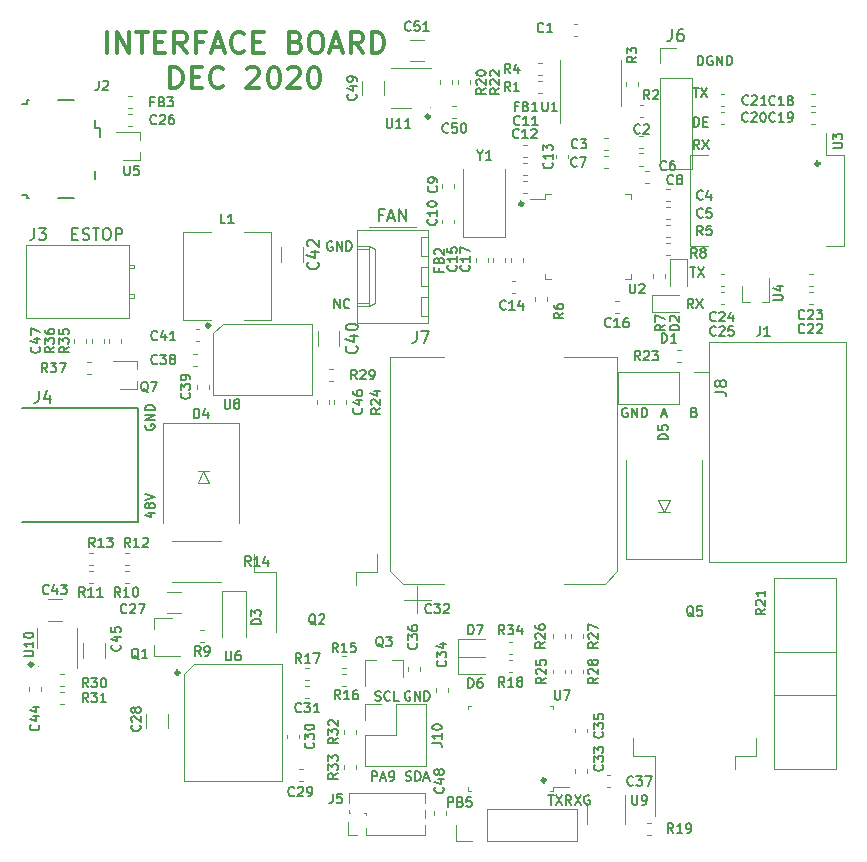
<source format=gbr>
%TF.GenerationSoftware,KiCad,Pcbnew,5.99.0-unknown-dd374e12a~102~ubuntu20.04.1*%
%TF.CreationDate,2020-12-04T16:52:22-08:00*%
%TF.ProjectId,blue_interface_board,626c7565-5f69-46e7-9465-72666163655f,rev?*%
%TF.SameCoordinates,Original*%
%TF.FileFunction,Legend,Top*%
%TF.FilePolarity,Positive*%
%FSLAX46Y46*%
G04 Gerber Fmt 4.6, Leading zero omitted, Abs format (unit mm)*
G04 Created by KiCad (PCBNEW 5.99.0-unknown-dd374e12a~102~ubuntu20.04.1) date 2020-12-04 16:52:22*
%MOMM*%
%LPD*%
G01*
G04 APERTURE LIST*
%ADD10C,0.300000*%
%ADD11C,0.120000*%
%ADD12C,0.150000*%
G04 APERTURE END LIST*
D10*
X131541421Y-74900000D02*
G75*
G03*
X131541421Y-74900000I-141421J0D01*
G01*
X133441421Y-123700000D02*
G75*
G03*
X133441421Y-123700000I-141421J0D01*
G01*
X102441421Y-114600000D02*
G75*
G03*
X102441421Y-114600000I-141421J0D01*
G01*
X105041421Y-85200000D02*
G75*
G03*
X105041421Y-85200000I-141421J0D01*
G01*
X123641421Y-67500000D02*
G75*
G03*
X123641421Y-67500000I-141421J0D01*
G01*
X156641421Y-71500000D02*
G75*
G03*
X156641421Y-71500000I-141421J0D01*
G01*
D11*
X143000000Y-101000000D02*
X144000000Y-101000000D01*
D10*
X90041421Y-113900000D02*
G75*
G03*
X90041421Y-113900000I-141421J0D01*
G01*
D11*
X143000000Y-100000000D02*
X144000000Y-100000000D01*
X143500000Y-101000000D02*
X143000000Y-100000000D01*
X104000000Y-98500000D02*
X105000000Y-98500000D01*
X105000000Y-98500000D02*
X104500000Y-97500000D01*
X144000000Y-100000000D02*
X143500000Y-101000000D01*
X104500000Y-97500000D02*
X104000000Y-98500000D01*
X104000000Y-97500000D02*
X105000000Y-97500000D01*
D12*
X146466666Y-70261904D02*
X146200000Y-69880952D01*
X146009523Y-70261904D02*
X146009523Y-69461904D01*
X146314285Y-69461904D01*
X146390476Y-69500000D01*
X146428571Y-69538095D01*
X146466666Y-69614285D01*
X146466666Y-69728571D01*
X146428571Y-69804761D01*
X146390476Y-69842857D01*
X146314285Y-69880952D01*
X146009523Y-69880952D01*
X146733333Y-69461904D02*
X147266666Y-70261904D01*
X147266666Y-69461904D02*
X146733333Y-70261904D01*
X99828571Y-101071428D02*
X100361904Y-101071428D01*
X99523809Y-101261904D02*
X100095238Y-101452380D01*
X100095238Y-100957142D01*
X99904761Y-100538095D02*
X99866666Y-100614285D01*
X99828571Y-100652380D01*
X99752380Y-100690476D01*
X99714285Y-100690476D01*
X99638095Y-100652380D01*
X99600000Y-100614285D01*
X99561904Y-100538095D01*
X99561904Y-100385714D01*
X99600000Y-100309523D01*
X99638095Y-100271428D01*
X99714285Y-100233333D01*
X99752380Y-100233333D01*
X99828571Y-100271428D01*
X99866666Y-100309523D01*
X99904761Y-100385714D01*
X99904761Y-100538095D01*
X99942857Y-100614285D01*
X99980952Y-100652380D01*
X100057142Y-100690476D01*
X100209523Y-100690476D01*
X100285714Y-100652380D01*
X100323809Y-100614285D01*
X100361904Y-100538095D01*
X100361904Y-100385714D01*
X100323809Y-100309523D01*
X100285714Y-100271428D01*
X100209523Y-100233333D01*
X100057142Y-100233333D01*
X99980952Y-100271428D01*
X99942857Y-100309523D01*
X99904761Y-100385714D01*
X99561904Y-100004761D02*
X100361904Y-99738095D01*
X99561904Y-99471428D01*
X115390476Y-78100000D02*
X115314285Y-78061904D01*
X115200000Y-78061904D01*
X115085714Y-78100000D01*
X115009523Y-78176190D01*
X114971428Y-78252380D01*
X114933333Y-78404761D01*
X114933333Y-78519047D01*
X114971428Y-78671428D01*
X115009523Y-78747619D01*
X115085714Y-78823809D01*
X115200000Y-78861904D01*
X115276190Y-78861904D01*
X115390476Y-78823809D01*
X115428571Y-78785714D01*
X115428571Y-78519047D01*
X115276190Y-78519047D01*
X115771428Y-78861904D02*
X115771428Y-78061904D01*
X116228571Y-78861904D01*
X116228571Y-78061904D01*
X116609523Y-78861904D02*
X116609523Y-78061904D01*
X116800000Y-78061904D01*
X116914285Y-78100000D01*
X116990476Y-78176190D01*
X117028571Y-78252380D01*
X117066666Y-78404761D01*
X117066666Y-78519047D01*
X117028571Y-78671428D01*
X116990476Y-78747619D01*
X116914285Y-78823809D01*
X116800000Y-78861904D01*
X116609523Y-78861904D01*
X115571428Y-83761904D02*
X115571428Y-82961904D01*
X116028571Y-83761904D01*
X116028571Y-82961904D01*
X116866666Y-83685714D02*
X116828571Y-83723809D01*
X116714285Y-83761904D01*
X116638095Y-83761904D01*
X116523809Y-83723809D01*
X116447619Y-83647619D01*
X116409523Y-83571428D01*
X116371428Y-83419047D01*
X116371428Y-83304761D01*
X116409523Y-83152380D01*
X116447619Y-83076190D01*
X116523809Y-83000000D01*
X116638095Y-82961904D01*
X116714285Y-82961904D01*
X116828571Y-83000000D01*
X116866666Y-83038095D01*
X146371428Y-63161904D02*
X146371428Y-62361904D01*
X146561904Y-62361904D01*
X146676190Y-62400000D01*
X146752380Y-62476190D01*
X146790476Y-62552380D01*
X146828571Y-62704761D01*
X146828571Y-62819047D01*
X146790476Y-62971428D01*
X146752380Y-63047619D01*
X146676190Y-63123809D01*
X146561904Y-63161904D01*
X146371428Y-63161904D01*
X147590476Y-62400000D02*
X147514285Y-62361904D01*
X147400000Y-62361904D01*
X147285714Y-62400000D01*
X147209523Y-62476190D01*
X147171428Y-62552380D01*
X147133333Y-62704761D01*
X147133333Y-62819047D01*
X147171428Y-62971428D01*
X147209523Y-63047619D01*
X147285714Y-63123809D01*
X147400000Y-63161904D01*
X147476190Y-63161904D01*
X147590476Y-63123809D01*
X147628571Y-63085714D01*
X147628571Y-62819047D01*
X147476190Y-62819047D01*
X147971428Y-63161904D02*
X147971428Y-62361904D01*
X148428571Y-63161904D01*
X148428571Y-62361904D01*
X148809523Y-63161904D02*
X148809523Y-62361904D01*
X149000000Y-62361904D01*
X149114285Y-62400000D01*
X149190476Y-62476190D01*
X149228571Y-62552380D01*
X149266666Y-62704761D01*
X149266666Y-62819047D01*
X149228571Y-62971428D01*
X149190476Y-63047619D01*
X149114285Y-63123809D01*
X149000000Y-63161904D01*
X148809523Y-63161904D01*
X146028571Y-68361904D02*
X146028571Y-67561904D01*
X146219047Y-67561904D01*
X146333333Y-67600000D01*
X146409523Y-67676190D01*
X146447619Y-67752380D01*
X146485714Y-67904761D01*
X146485714Y-68019047D01*
X146447619Y-68171428D01*
X146409523Y-68247619D01*
X146333333Y-68323809D01*
X146219047Y-68361904D01*
X146028571Y-68361904D01*
X146828571Y-67942857D02*
X147095238Y-67942857D01*
X147209523Y-68361904D02*
X146828571Y-68361904D01*
X146828571Y-67561904D01*
X147209523Y-67561904D01*
X143309523Y-92733333D02*
X143690476Y-92733333D01*
X143233333Y-92961904D02*
X143500000Y-92161904D01*
X143766666Y-92961904D01*
X146057142Y-92542857D02*
X146171428Y-92580952D01*
X146209523Y-92619047D01*
X146247619Y-92695238D01*
X146247619Y-92809523D01*
X146209523Y-92885714D01*
X146171428Y-92923809D01*
X146095238Y-92961904D01*
X145790476Y-92961904D01*
X145790476Y-92161904D01*
X146057142Y-92161904D01*
X146133333Y-92200000D01*
X146171428Y-92238095D01*
X146209523Y-92314285D01*
X146209523Y-92390476D01*
X146171428Y-92466666D01*
X146133333Y-92504761D01*
X146057142Y-92542857D01*
X145790476Y-92542857D01*
X140390476Y-92200000D02*
X140314285Y-92161904D01*
X140200000Y-92161904D01*
X140085714Y-92200000D01*
X140009523Y-92276190D01*
X139971428Y-92352380D01*
X139933333Y-92504761D01*
X139933333Y-92619047D01*
X139971428Y-92771428D01*
X140009523Y-92847619D01*
X140085714Y-92923809D01*
X140200000Y-92961904D01*
X140276190Y-92961904D01*
X140390476Y-92923809D01*
X140428571Y-92885714D01*
X140428571Y-92619047D01*
X140276190Y-92619047D01*
X140771428Y-92961904D02*
X140771428Y-92161904D01*
X141228571Y-92961904D01*
X141228571Y-92161904D01*
X141609523Y-92961904D02*
X141609523Y-92161904D01*
X141800000Y-92161904D01*
X141914285Y-92200000D01*
X141990476Y-92276190D01*
X142028571Y-92352380D01*
X142066666Y-92504761D01*
X142066666Y-92619047D01*
X142028571Y-92771428D01*
X141990476Y-92847619D01*
X141914285Y-92923809D01*
X141800000Y-92961904D01*
X141609523Y-92961904D01*
X121628571Y-123723809D02*
X121742857Y-123761904D01*
X121933333Y-123761904D01*
X122009523Y-123723809D01*
X122047619Y-123685714D01*
X122085714Y-123609523D01*
X122085714Y-123533333D01*
X122047619Y-123457142D01*
X122009523Y-123419047D01*
X121933333Y-123380952D01*
X121780952Y-123342857D01*
X121704761Y-123304761D01*
X121666666Y-123266666D01*
X121628571Y-123190476D01*
X121628571Y-123114285D01*
X121666666Y-123038095D01*
X121704761Y-123000000D01*
X121780952Y-122961904D01*
X121971428Y-122961904D01*
X122085714Y-123000000D01*
X122428571Y-123761904D02*
X122428571Y-122961904D01*
X122619047Y-122961904D01*
X122733333Y-123000000D01*
X122809523Y-123076190D01*
X122847619Y-123152380D01*
X122885714Y-123304761D01*
X122885714Y-123419047D01*
X122847619Y-123571428D01*
X122809523Y-123647619D01*
X122733333Y-123723809D01*
X122619047Y-123761904D01*
X122428571Y-123761904D01*
X123190476Y-123533333D02*
X123571428Y-123533333D01*
X123114285Y-123761904D02*
X123380952Y-122961904D01*
X123647619Y-123761904D01*
X119047619Y-116923809D02*
X119161904Y-116961904D01*
X119352380Y-116961904D01*
X119428571Y-116923809D01*
X119466666Y-116885714D01*
X119504761Y-116809523D01*
X119504761Y-116733333D01*
X119466666Y-116657142D01*
X119428571Y-116619047D01*
X119352380Y-116580952D01*
X119200000Y-116542857D01*
X119123809Y-116504761D01*
X119085714Y-116466666D01*
X119047619Y-116390476D01*
X119047619Y-116314285D01*
X119085714Y-116238095D01*
X119123809Y-116200000D01*
X119200000Y-116161904D01*
X119390476Y-116161904D01*
X119504761Y-116200000D01*
X120304761Y-116885714D02*
X120266666Y-116923809D01*
X120152380Y-116961904D01*
X120076190Y-116961904D01*
X119961904Y-116923809D01*
X119885714Y-116847619D01*
X119847619Y-116771428D01*
X119809523Y-116619047D01*
X119809523Y-116504761D01*
X119847619Y-116352380D01*
X119885714Y-116276190D01*
X119961904Y-116200000D01*
X120076190Y-116161904D01*
X120152380Y-116161904D01*
X120266666Y-116200000D01*
X120304761Y-116238095D01*
X121028571Y-116961904D02*
X120647619Y-116961904D01*
X120647619Y-116161904D01*
X121990476Y-116200000D02*
X121914285Y-116161904D01*
X121800000Y-116161904D01*
X121685714Y-116200000D01*
X121609523Y-116276190D01*
X121571428Y-116352380D01*
X121533333Y-116504761D01*
X121533333Y-116619047D01*
X121571428Y-116771428D01*
X121609523Y-116847619D01*
X121685714Y-116923809D01*
X121800000Y-116961904D01*
X121876190Y-116961904D01*
X121990476Y-116923809D01*
X122028571Y-116885714D01*
X122028571Y-116619047D01*
X121876190Y-116619047D01*
X122371428Y-116961904D02*
X122371428Y-116161904D01*
X122828571Y-116961904D01*
X122828571Y-116161904D01*
X123209523Y-116961904D02*
X123209523Y-116161904D01*
X123400000Y-116161904D01*
X123514285Y-116200000D01*
X123590476Y-116276190D01*
X123628571Y-116352380D01*
X123666666Y-116504761D01*
X123666666Y-116619047D01*
X123628571Y-116771428D01*
X123590476Y-116847619D01*
X123514285Y-116923809D01*
X123400000Y-116961904D01*
X123209523Y-116961904D01*
X125209523Y-125961904D02*
X125209523Y-125161904D01*
X125514285Y-125161904D01*
X125590476Y-125200000D01*
X125628571Y-125238095D01*
X125666666Y-125314285D01*
X125666666Y-125428571D01*
X125628571Y-125504761D01*
X125590476Y-125542857D01*
X125514285Y-125580952D01*
X125209523Y-125580952D01*
X126276190Y-125542857D02*
X126390476Y-125580952D01*
X126428571Y-125619047D01*
X126466666Y-125695238D01*
X126466666Y-125809523D01*
X126428571Y-125885714D01*
X126390476Y-125923809D01*
X126314285Y-125961904D01*
X126009523Y-125961904D01*
X126009523Y-125161904D01*
X126276190Y-125161904D01*
X126352380Y-125200000D01*
X126390476Y-125238095D01*
X126428571Y-125314285D01*
X126428571Y-125390476D01*
X126390476Y-125466666D01*
X126352380Y-125504761D01*
X126276190Y-125542857D01*
X126009523Y-125542857D01*
X127190476Y-125161904D02*
X126809523Y-125161904D01*
X126771428Y-125542857D01*
X126809523Y-125504761D01*
X126885714Y-125466666D01*
X127076190Y-125466666D01*
X127152380Y-125504761D01*
X127190476Y-125542857D01*
X127228571Y-125619047D01*
X127228571Y-125809523D01*
X127190476Y-125885714D01*
X127152380Y-125923809D01*
X127076190Y-125961904D01*
X126885714Y-125961904D01*
X126809523Y-125923809D01*
X126771428Y-125885714D01*
X133709523Y-124961904D02*
X134166666Y-124961904D01*
X133938095Y-125761904D02*
X133938095Y-124961904D01*
X134357142Y-124961904D02*
X134890476Y-125761904D01*
X134890476Y-124961904D02*
X134357142Y-125761904D01*
X135652380Y-125761904D02*
X135385714Y-125380952D01*
X135195238Y-125761904D02*
X135195238Y-124961904D01*
X135500000Y-124961904D01*
X135576190Y-125000000D01*
X135614285Y-125038095D01*
X135652380Y-125114285D01*
X135652380Y-125228571D01*
X135614285Y-125304761D01*
X135576190Y-125342857D01*
X135500000Y-125380952D01*
X135195238Y-125380952D01*
X135919047Y-124961904D02*
X136452380Y-125761904D01*
X136452380Y-124961904D02*
X135919047Y-125761904D01*
X137176190Y-125000000D02*
X137100000Y-124961904D01*
X136985714Y-124961904D01*
X136871428Y-125000000D01*
X136795238Y-125076190D01*
X136757142Y-125152380D01*
X136719047Y-125304761D01*
X136719047Y-125419047D01*
X136757142Y-125571428D01*
X136795238Y-125647619D01*
X136871428Y-125723809D01*
X136985714Y-125761904D01*
X137061904Y-125761904D01*
X137176190Y-125723809D01*
X137214285Y-125685714D01*
X137214285Y-125419047D01*
X137061904Y-125419047D01*
D10*
X96300000Y-62114285D02*
X96300000Y-60314285D01*
X97157142Y-62114285D02*
X97157142Y-60314285D01*
X98185714Y-62114285D01*
X98185714Y-60314285D01*
X98785714Y-60314285D02*
X99814285Y-60314285D01*
X99300000Y-62114285D02*
X99300000Y-60314285D01*
X100414285Y-61171428D02*
X101014285Y-61171428D01*
X101271428Y-62114285D02*
X100414285Y-62114285D01*
X100414285Y-60314285D01*
X101271428Y-60314285D01*
X103071428Y-62114285D02*
X102471428Y-61257142D01*
X102042857Y-62114285D02*
X102042857Y-60314285D01*
X102728571Y-60314285D01*
X102900000Y-60400000D01*
X102985714Y-60485714D01*
X103071428Y-60657142D01*
X103071428Y-60914285D01*
X102985714Y-61085714D01*
X102900000Y-61171428D01*
X102728571Y-61257142D01*
X102042857Y-61257142D01*
X104442857Y-61171428D02*
X103842857Y-61171428D01*
X103842857Y-62114285D02*
X103842857Y-60314285D01*
X104700000Y-60314285D01*
X105300000Y-61600000D02*
X106157142Y-61600000D01*
X105128571Y-62114285D02*
X105728571Y-60314285D01*
X106328571Y-62114285D01*
X107957142Y-61942857D02*
X107871428Y-62028571D01*
X107614285Y-62114285D01*
X107442857Y-62114285D01*
X107185714Y-62028571D01*
X107014285Y-61857142D01*
X106928571Y-61685714D01*
X106842857Y-61342857D01*
X106842857Y-61085714D01*
X106928571Y-60742857D01*
X107014285Y-60571428D01*
X107185714Y-60400000D01*
X107442857Y-60314285D01*
X107614285Y-60314285D01*
X107871428Y-60400000D01*
X107957142Y-60485714D01*
X108728571Y-61171428D02*
X109328571Y-61171428D01*
X109585714Y-62114285D02*
X108728571Y-62114285D01*
X108728571Y-60314285D01*
X109585714Y-60314285D01*
X112328571Y-61171428D02*
X112585714Y-61257142D01*
X112671428Y-61342857D01*
X112757142Y-61514285D01*
X112757142Y-61771428D01*
X112671428Y-61942857D01*
X112585714Y-62028571D01*
X112414285Y-62114285D01*
X111728571Y-62114285D01*
X111728571Y-60314285D01*
X112328571Y-60314285D01*
X112500000Y-60400000D01*
X112585714Y-60485714D01*
X112671428Y-60657142D01*
X112671428Y-60828571D01*
X112585714Y-61000000D01*
X112500000Y-61085714D01*
X112328571Y-61171428D01*
X111728571Y-61171428D01*
X113871428Y-60314285D02*
X114214285Y-60314285D01*
X114385714Y-60400000D01*
X114557142Y-60571428D01*
X114642857Y-60914285D01*
X114642857Y-61514285D01*
X114557142Y-61857142D01*
X114385714Y-62028571D01*
X114214285Y-62114285D01*
X113871428Y-62114285D01*
X113700000Y-62028571D01*
X113528571Y-61857142D01*
X113442857Y-61514285D01*
X113442857Y-60914285D01*
X113528571Y-60571428D01*
X113700000Y-60400000D01*
X113871428Y-60314285D01*
X115328571Y-61600000D02*
X116185714Y-61600000D01*
X115157142Y-62114285D02*
X115757142Y-60314285D01*
X116357142Y-62114285D01*
X117985714Y-62114285D02*
X117385714Y-61257142D01*
X116957142Y-62114285D02*
X116957142Y-60314285D01*
X117642857Y-60314285D01*
X117814285Y-60400000D01*
X117900000Y-60485714D01*
X117985714Y-60657142D01*
X117985714Y-60914285D01*
X117900000Y-61085714D01*
X117814285Y-61171428D01*
X117642857Y-61257142D01*
X116957142Y-61257142D01*
X118757142Y-62114285D02*
X118757142Y-60314285D01*
X119185714Y-60314285D01*
X119442857Y-60400000D01*
X119614285Y-60571428D01*
X119700000Y-60742857D01*
X119785714Y-61085714D01*
X119785714Y-61342857D01*
X119700000Y-61685714D01*
X119614285Y-61857142D01*
X119442857Y-62028571D01*
X119185714Y-62114285D01*
X118757142Y-62114285D01*
X101700000Y-65114285D02*
X101700000Y-63314285D01*
X102128571Y-63314285D01*
X102385714Y-63400000D01*
X102557142Y-63571428D01*
X102642857Y-63742857D01*
X102728571Y-64085714D01*
X102728571Y-64342857D01*
X102642857Y-64685714D01*
X102557142Y-64857142D01*
X102385714Y-65028571D01*
X102128571Y-65114285D01*
X101700000Y-65114285D01*
X103500000Y-64171428D02*
X104100000Y-64171428D01*
X104357142Y-65114285D02*
X103500000Y-65114285D01*
X103500000Y-63314285D01*
X104357142Y-63314285D01*
X106157142Y-64942857D02*
X106071428Y-65028571D01*
X105814285Y-65114285D01*
X105642857Y-65114285D01*
X105385714Y-65028571D01*
X105214285Y-64857142D01*
X105128571Y-64685714D01*
X105042857Y-64342857D01*
X105042857Y-64085714D01*
X105128571Y-63742857D01*
X105214285Y-63571428D01*
X105385714Y-63400000D01*
X105642857Y-63314285D01*
X105814285Y-63314285D01*
X106071428Y-63400000D01*
X106157142Y-63485714D01*
X108214285Y-63485714D02*
X108300000Y-63400000D01*
X108471428Y-63314285D01*
X108900000Y-63314285D01*
X109071428Y-63400000D01*
X109157142Y-63485714D01*
X109242857Y-63657142D01*
X109242857Y-63828571D01*
X109157142Y-64085714D01*
X108128571Y-65114285D01*
X109242857Y-65114285D01*
X110357142Y-63314285D02*
X110528571Y-63314285D01*
X110700000Y-63400000D01*
X110785714Y-63485714D01*
X110871428Y-63657142D01*
X110957142Y-64000000D01*
X110957142Y-64428571D01*
X110871428Y-64771428D01*
X110785714Y-64942857D01*
X110700000Y-65028571D01*
X110528571Y-65114285D01*
X110357142Y-65114285D01*
X110185714Y-65028571D01*
X110100000Y-64942857D01*
X110014285Y-64771428D01*
X109928571Y-64428571D01*
X109928571Y-64000000D01*
X110014285Y-63657142D01*
X110100000Y-63485714D01*
X110185714Y-63400000D01*
X110357142Y-63314285D01*
X111642857Y-63485714D02*
X111728571Y-63400000D01*
X111900000Y-63314285D01*
X112328571Y-63314285D01*
X112500000Y-63400000D01*
X112585714Y-63485714D01*
X112671428Y-63657142D01*
X112671428Y-63828571D01*
X112585714Y-64085714D01*
X111557142Y-65114285D01*
X112671428Y-65114285D01*
X113785714Y-63314285D02*
X113957142Y-63314285D01*
X114128571Y-63400000D01*
X114214285Y-63485714D01*
X114300000Y-63657142D01*
X114385714Y-64000000D01*
X114385714Y-64428571D01*
X114300000Y-64771428D01*
X114214285Y-64942857D01*
X114128571Y-65028571D01*
X113957142Y-65114285D01*
X113785714Y-65114285D01*
X113614285Y-65028571D01*
X113528571Y-64942857D01*
X113442857Y-64771428D01*
X113357142Y-64428571D01*
X113357142Y-64000000D01*
X113442857Y-63657142D01*
X113528571Y-63485714D01*
X113614285Y-63400000D01*
X113785714Y-63314285D01*
D12*
X145966666Y-83761904D02*
X145700000Y-83380952D01*
X145509523Y-83761904D02*
X145509523Y-82961904D01*
X145814285Y-82961904D01*
X145890476Y-83000000D01*
X145928571Y-83038095D01*
X145966666Y-83114285D01*
X145966666Y-83228571D01*
X145928571Y-83304761D01*
X145890476Y-83342857D01*
X145814285Y-83380952D01*
X145509523Y-83380952D01*
X146233333Y-82961904D02*
X146766666Y-83761904D01*
X146766666Y-82961904D02*
X146233333Y-83761904D01*
X145690476Y-80261904D02*
X146147619Y-80261904D01*
X145919047Y-81061904D02*
X145919047Y-80261904D01*
X146338095Y-80261904D02*
X146871428Y-81061904D01*
X146871428Y-80261904D02*
X146338095Y-81061904D01*
X99600000Y-93609523D02*
X99561904Y-93685714D01*
X99561904Y-93800000D01*
X99600000Y-93914285D01*
X99676190Y-93990476D01*
X99752380Y-94028571D01*
X99904761Y-94066666D01*
X100019047Y-94066666D01*
X100171428Y-94028571D01*
X100247619Y-93990476D01*
X100323809Y-93914285D01*
X100361904Y-93800000D01*
X100361904Y-93723809D01*
X100323809Y-93609523D01*
X100285714Y-93571428D01*
X100019047Y-93571428D01*
X100019047Y-93723809D01*
X100361904Y-93228571D02*
X99561904Y-93228571D01*
X100361904Y-92771428D01*
X99561904Y-92771428D01*
X100361904Y-92390476D02*
X99561904Y-92390476D01*
X99561904Y-92200000D01*
X99600000Y-92085714D01*
X99676190Y-92009523D01*
X99752380Y-91971428D01*
X99904761Y-91933333D01*
X100019047Y-91933333D01*
X100171428Y-91971428D01*
X100247619Y-92009523D01*
X100323809Y-92085714D01*
X100361904Y-92200000D01*
X100361904Y-92390476D01*
X118766666Y-123761904D02*
X118766666Y-122961904D01*
X119071428Y-122961904D01*
X119147619Y-123000000D01*
X119185714Y-123038095D01*
X119223809Y-123114285D01*
X119223809Y-123228571D01*
X119185714Y-123304761D01*
X119147619Y-123342857D01*
X119071428Y-123380952D01*
X118766666Y-123380952D01*
X119528571Y-123533333D02*
X119909523Y-123533333D01*
X119452380Y-123761904D02*
X119719047Y-122961904D01*
X119985714Y-123761904D01*
X120290476Y-123761904D02*
X120442857Y-123761904D01*
X120519047Y-123723809D01*
X120557142Y-123685714D01*
X120633333Y-123571428D01*
X120671428Y-123419047D01*
X120671428Y-123114285D01*
X120633333Y-123038095D01*
X120595238Y-123000000D01*
X120519047Y-122961904D01*
X120366666Y-122961904D01*
X120290476Y-123000000D01*
X120252380Y-123038095D01*
X120214285Y-123114285D01*
X120214285Y-123304761D01*
X120252380Y-123380952D01*
X120290476Y-123419047D01*
X120366666Y-123457142D01*
X120519047Y-123457142D01*
X120595238Y-123419047D01*
X120633333Y-123380952D01*
X120671428Y-123304761D01*
X145990476Y-65061904D02*
X146447619Y-65061904D01*
X146219047Y-65861904D02*
X146219047Y-65061904D01*
X146638095Y-65061904D02*
X147171428Y-65861904D01*
X147171428Y-65061904D02*
X146638095Y-65861904D01*
X151633333Y-85261904D02*
X151633333Y-85833333D01*
X151595238Y-85947619D01*
X151519047Y-86023809D01*
X151404761Y-86061904D01*
X151328571Y-86061904D01*
X152433333Y-86061904D02*
X151976190Y-86061904D01*
X152204761Y-86061904D02*
X152204761Y-85261904D01*
X152128571Y-85376190D01*
X152052380Y-85452380D01*
X151976190Y-85490476D01*
X137891904Y-112014285D02*
X137510952Y-112280952D01*
X137891904Y-112471428D02*
X137091904Y-112471428D01*
X137091904Y-112166666D01*
X137130000Y-112090476D01*
X137168095Y-112052380D01*
X137244285Y-112014285D01*
X137358571Y-112014285D01*
X137434761Y-112052380D01*
X137472857Y-112090476D01*
X137510952Y-112166666D01*
X137510952Y-112471428D01*
X137168095Y-111709523D02*
X137130000Y-111671428D01*
X137091904Y-111595238D01*
X137091904Y-111404761D01*
X137130000Y-111328571D01*
X137168095Y-111290476D01*
X137244285Y-111252380D01*
X137320476Y-111252380D01*
X137434761Y-111290476D01*
X137891904Y-111747619D01*
X137891904Y-111252380D01*
X137091904Y-110985714D02*
X137091904Y-110452380D01*
X137891904Y-110795238D01*
X143811904Y-94840476D02*
X143011904Y-94840476D01*
X143011904Y-94650000D01*
X143050000Y-94535714D01*
X143126190Y-94459523D01*
X143202380Y-94421428D01*
X143354761Y-94383333D01*
X143469047Y-94383333D01*
X143621428Y-94421428D01*
X143697619Y-94459523D01*
X143773809Y-94535714D01*
X143811904Y-94650000D01*
X143811904Y-94840476D01*
X143011904Y-93659523D02*
X143011904Y-94040476D01*
X143392857Y-94078571D01*
X143354761Y-94040476D01*
X143316666Y-93964285D01*
X143316666Y-93773809D01*
X143354761Y-93697619D01*
X143392857Y-93659523D01*
X143469047Y-93621428D01*
X143659523Y-93621428D01*
X143735714Y-93659523D01*
X143773809Y-93697619D01*
X143811904Y-93773809D01*
X143811904Y-93964285D01*
X143773809Y-94040476D01*
X143735714Y-94078571D01*
X99110714Y-119039285D02*
X99148809Y-119077380D01*
X99186904Y-119191666D01*
X99186904Y-119267857D01*
X99148809Y-119382142D01*
X99072619Y-119458333D01*
X98996428Y-119496428D01*
X98844047Y-119534523D01*
X98729761Y-119534523D01*
X98577380Y-119496428D01*
X98501190Y-119458333D01*
X98425000Y-119382142D01*
X98386904Y-119267857D01*
X98386904Y-119191666D01*
X98425000Y-119077380D01*
X98463095Y-119039285D01*
X98463095Y-118734523D02*
X98425000Y-118696428D01*
X98386904Y-118620238D01*
X98386904Y-118429761D01*
X98425000Y-118353571D01*
X98463095Y-118315476D01*
X98539285Y-118277380D01*
X98615476Y-118277380D01*
X98729761Y-118315476D01*
X99186904Y-118772619D01*
X99186904Y-118277380D01*
X98729761Y-117820238D02*
X98691666Y-117896428D01*
X98653571Y-117934523D01*
X98577380Y-117972619D01*
X98539285Y-117972619D01*
X98463095Y-117934523D01*
X98425000Y-117896428D01*
X98386904Y-117820238D01*
X98386904Y-117667857D01*
X98425000Y-117591666D01*
X98463095Y-117553571D01*
X98539285Y-117515476D01*
X98577380Y-117515476D01*
X98653571Y-117553571D01*
X98691666Y-117591666D01*
X98729761Y-117667857D01*
X98729761Y-117820238D01*
X98767857Y-117896428D01*
X98805952Y-117934523D01*
X98882142Y-117972619D01*
X99034523Y-117972619D01*
X99110714Y-117934523D01*
X99148809Y-117896428D01*
X99186904Y-117820238D01*
X99186904Y-117667857D01*
X99148809Y-117591666D01*
X99110714Y-117553571D01*
X99034523Y-117515476D01*
X98882142Y-117515476D01*
X98805952Y-117553571D01*
X98767857Y-117591666D01*
X98729761Y-117667857D01*
X115885714Y-112861904D02*
X115619047Y-112480952D01*
X115428571Y-112861904D02*
X115428571Y-112061904D01*
X115733333Y-112061904D01*
X115809523Y-112100000D01*
X115847619Y-112138095D01*
X115885714Y-112214285D01*
X115885714Y-112328571D01*
X115847619Y-112404761D01*
X115809523Y-112442857D01*
X115733333Y-112480952D01*
X115428571Y-112480952D01*
X116647619Y-112861904D02*
X116190476Y-112861904D01*
X116419047Y-112861904D02*
X116419047Y-112061904D01*
X116342857Y-112176190D01*
X116266666Y-112252380D01*
X116190476Y-112290476D01*
X117371428Y-112061904D02*
X116990476Y-112061904D01*
X116952380Y-112442857D01*
X116990476Y-112404761D01*
X117066666Y-112366666D01*
X117257142Y-112366666D01*
X117333333Y-112404761D01*
X117371428Y-112442857D01*
X117409523Y-112519047D01*
X117409523Y-112709523D01*
X117371428Y-112785714D01*
X117333333Y-112823809D01*
X117257142Y-112861904D01*
X117066666Y-112861904D01*
X116990476Y-112823809D01*
X116952380Y-112785714D01*
X113785714Y-120514285D02*
X113823809Y-120552380D01*
X113861904Y-120666666D01*
X113861904Y-120742857D01*
X113823809Y-120857142D01*
X113747619Y-120933333D01*
X113671428Y-120971428D01*
X113519047Y-121009523D01*
X113404761Y-121009523D01*
X113252380Y-120971428D01*
X113176190Y-120933333D01*
X113100000Y-120857142D01*
X113061904Y-120742857D01*
X113061904Y-120666666D01*
X113100000Y-120552380D01*
X113138095Y-120514285D01*
X113061904Y-120247619D02*
X113061904Y-119752380D01*
X113366666Y-120019047D01*
X113366666Y-119904761D01*
X113404761Y-119828571D01*
X113442857Y-119790476D01*
X113519047Y-119752380D01*
X113709523Y-119752380D01*
X113785714Y-119790476D01*
X113823809Y-119828571D01*
X113861904Y-119904761D01*
X113861904Y-120133333D01*
X113823809Y-120209523D01*
X113785714Y-120247619D01*
X113061904Y-119257142D02*
X113061904Y-119180952D01*
X113100000Y-119104761D01*
X113138095Y-119066666D01*
X113214285Y-119028571D01*
X113366666Y-118990476D01*
X113557142Y-118990476D01*
X113709523Y-119028571D01*
X113785714Y-119066666D01*
X113823809Y-119104761D01*
X113861904Y-119180952D01*
X113861904Y-119257142D01*
X113823809Y-119333333D01*
X113785714Y-119371428D01*
X113709523Y-119409523D01*
X113557142Y-119447619D01*
X113366666Y-119447619D01*
X113214285Y-119409523D01*
X113138095Y-119371428D01*
X113100000Y-119333333D01*
X113061904Y-119257142D01*
X106390476Y-112761904D02*
X106390476Y-113409523D01*
X106428571Y-113485714D01*
X106466666Y-113523809D01*
X106542857Y-113561904D01*
X106695238Y-113561904D01*
X106771428Y-113523809D01*
X106809523Y-113485714D01*
X106847619Y-113409523D01*
X106847619Y-112761904D01*
X107571428Y-112761904D02*
X107419047Y-112761904D01*
X107342857Y-112800000D01*
X107304761Y-112838095D01*
X107228571Y-112952380D01*
X107190476Y-113104761D01*
X107190476Y-113409523D01*
X107228571Y-113485714D01*
X107266666Y-113523809D01*
X107342857Y-113561904D01*
X107495238Y-113561904D01*
X107571428Y-113523809D01*
X107609523Y-113485714D01*
X107647619Y-113409523D01*
X107647619Y-113219047D01*
X107609523Y-113142857D01*
X107571428Y-113104761D01*
X107495238Y-113066666D01*
X107342857Y-113066666D01*
X107266666Y-113104761D01*
X107228571Y-113142857D01*
X107190476Y-113219047D01*
X112785714Y-113761904D02*
X112519047Y-113380952D01*
X112328571Y-113761904D02*
X112328571Y-112961904D01*
X112633333Y-112961904D01*
X112709523Y-113000000D01*
X112747619Y-113038095D01*
X112785714Y-113114285D01*
X112785714Y-113228571D01*
X112747619Y-113304761D01*
X112709523Y-113342857D01*
X112633333Y-113380952D01*
X112328571Y-113380952D01*
X113547619Y-113761904D02*
X113090476Y-113761904D01*
X113319047Y-113761904D02*
X113319047Y-112961904D01*
X113242857Y-113076190D01*
X113166666Y-113152380D01*
X113090476Y-113190476D01*
X113814285Y-112961904D02*
X114347619Y-112961904D01*
X114004761Y-113761904D01*
X112785714Y-117885714D02*
X112747619Y-117923809D01*
X112633333Y-117961904D01*
X112557142Y-117961904D01*
X112442857Y-117923809D01*
X112366666Y-117847619D01*
X112328571Y-117771428D01*
X112290476Y-117619047D01*
X112290476Y-117504761D01*
X112328571Y-117352380D01*
X112366666Y-117276190D01*
X112442857Y-117200000D01*
X112557142Y-117161904D01*
X112633333Y-117161904D01*
X112747619Y-117200000D01*
X112785714Y-117238095D01*
X113052380Y-117161904D02*
X113547619Y-117161904D01*
X113280952Y-117466666D01*
X113395238Y-117466666D01*
X113471428Y-117504761D01*
X113509523Y-117542857D01*
X113547619Y-117619047D01*
X113547619Y-117809523D01*
X113509523Y-117885714D01*
X113471428Y-117923809D01*
X113395238Y-117961904D01*
X113166666Y-117961904D01*
X113090476Y-117923809D01*
X113052380Y-117885714D01*
X114309523Y-117961904D02*
X113852380Y-117961904D01*
X114080952Y-117961904D02*
X114080952Y-117161904D01*
X114004761Y-117276190D01*
X113928571Y-117352380D01*
X113852380Y-117390476D01*
X109361904Y-110490476D02*
X108561904Y-110490476D01*
X108561904Y-110300000D01*
X108600000Y-110185714D01*
X108676190Y-110109523D01*
X108752380Y-110071428D01*
X108904761Y-110033333D01*
X109019047Y-110033333D01*
X109171428Y-110071428D01*
X109247619Y-110109523D01*
X109323809Y-110185714D01*
X109361904Y-110300000D01*
X109361904Y-110490476D01*
X108561904Y-109766666D02*
X108561904Y-109271428D01*
X108866666Y-109538095D01*
X108866666Y-109423809D01*
X108904761Y-109347619D01*
X108942857Y-109309523D01*
X109019047Y-109271428D01*
X109209523Y-109271428D01*
X109285714Y-109309523D01*
X109323809Y-109347619D01*
X109361904Y-109423809D01*
X109361904Y-109652380D01*
X109323809Y-109728571D01*
X109285714Y-109766666D01*
X112185714Y-124985714D02*
X112147619Y-125023809D01*
X112033333Y-125061904D01*
X111957142Y-125061904D01*
X111842857Y-125023809D01*
X111766666Y-124947619D01*
X111728571Y-124871428D01*
X111690476Y-124719047D01*
X111690476Y-124604761D01*
X111728571Y-124452380D01*
X111766666Y-124376190D01*
X111842857Y-124300000D01*
X111957142Y-124261904D01*
X112033333Y-124261904D01*
X112147619Y-124300000D01*
X112185714Y-124338095D01*
X112490476Y-124338095D02*
X112528571Y-124300000D01*
X112604761Y-124261904D01*
X112795238Y-124261904D01*
X112871428Y-124300000D01*
X112909523Y-124338095D01*
X112947619Y-124414285D01*
X112947619Y-124490476D01*
X112909523Y-124604761D01*
X112452380Y-125061904D01*
X112947619Y-125061904D01*
X113328571Y-125061904D02*
X113480952Y-125061904D01*
X113557142Y-125023809D01*
X113595238Y-124985714D01*
X113671428Y-124871428D01*
X113709523Y-124719047D01*
X113709523Y-124414285D01*
X113671428Y-124338095D01*
X113633333Y-124300000D01*
X113557142Y-124261904D01*
X113404761Y-124261904D01*
X113328571Y-124300000D01*
X113290476Y-124338095D01*
X113252380Y-124414285D01*
X113252380Y-124604761D01*
X113290476Y-124680952D01*
X113328571Y-124719047D01*
X113404761Y-124757142D01*
X113557142Y-124757142D01*
X113633333Y-124719047D01*
X113671428Y-124680952D01*
X113709523Y-124604761D01*
X123785714Y-109485714D02*
X123747619Y-109523809D01*
X123633333Y-109561904D01*
X123557142Y-109561904D01*
X123442857Y-109523809D01*
X123366666Y-109447619D01*
X123328571Y-109371428D01*
X123290476Y-109219047D01*
X123290476Y-109104761D01*
X123328571Y-108952380D01*
X123366666Y-108876190D01*
X123442857Y-108800000D01*
X123557142Y-108761904D01*
X123633333Y-108761904D01*
X123747619Y-108800000D01*
X123785714Y-108838095D01*
X124052380Y-108761904D02*
X124547619Y-108761904D01*
X124280952Y-109066666D01*
X124395238Y-109066666D01*
X124471428Y-109104761D01*
X124509523Y-109142857D01*
X124547619Y-109219047D01*
X124547619Y-109409523D01*
X124509523Y-109485714D01*
X124471428Y-109523809D01*
X124395238Y-109561904D01*
X124166666Y-109561904D01*
X124090476Y-109523809D01*
X124052380Y-109485714D01*
X124852380Y-108838095D02*
X124890476Y-108800000D01*
X124966666Y-108761904D01*
X125157142Y-108761904D01*
X125233333Y-108800000D01*
X125271428Y-108838095D01*
X125309523Y-108914285D01*
X125309523Y-108990476D01*
X125271428Y-109104761D01*
X124814285Y-109561904D01*
X125309523Y-109561904D01*
X119723809Y-112438095D02*
X119647619Y-112400000D01*
X119571428Y-112323809D01*
X119457142Y-112209523D01*
X119380952Y-112171428D01*
X119304761Y-112171428D01*
X119342857Y-112361904D02*
X119266666Y-112323809D01*
X119190476Y-112247619D01*
X119152380Y-112095238D01*
X119152380Y-111828571D01*
X119190476Y-111676190D01*
X119266666Y-111600000D01*
X119342857Y-111561904D01*
X119495238Y-111561904D01*
X119571428Y-111600000D01*
X119647619Y-111676190D01*
X119685714Y-111828571D01*
X119685714Y-112095238D01*
X119647619Y-112247619D01*
X119571428Y-112323809D01*
X119495238Y-112361904D01*
X119342857Y-112361904D01*
X119952380Y-111561904D02*
X120447619Y-111561904D01*
X120180952Y-111866666D01*
X120295238Y-111866666D01*
X120371428Y-111904761D01*
X120409523Y-111942857D01*
X120447619Y-112019047D01*
X120447619Y-112209523D01*
X120409523Y-112285714D01*
X120371428Y-112323809D01*
X120295238Y-112361904D01*
X120066666Y-112361904D01*
X119990476Y-112323809D01*
X119952380Y-112285714D01*
X122540714Y-112114285D02*
X122578809Y-112152380D01*
X122616904Y-112266666D01*
X122616904Y-112342857D01*
X122578809Y-112457142D01*
X122502619Y-112533333D01*
X122426428Y-112571428D01*
X122274047Y-112609523D01*
X122159761Y-112609523D01*
X122007380Y-112571428D01*
X121931190Y-112533333D01*
X121855000Y-112457142D01*
X121816904Y-112342857D01*
X121816904Y-112266666D01*
X121855000Y-112152380D01*
X121893095Y-112114285D01*
X121816904Y-111847619D02*
X121816904Y-111352380D01*
X122121666Y-111619047D01*
X122121666Y-111504761D01*
X122159761Y-111428571D01*
X122197857Y-111390476D01*
X122274047Y-111352380D01*
X122464523Y-111352380D01*
X122540714Y-111390476D01*
X122578809Y-111428571D01*
X122616904Y-111504761D01*
X122616904Y-111733333D01*
X122578809Y-111809523D01*
X122540714Y-111847619D01*
X121816904Y-110666666D02*
X121816904Y-110819047D01*
X121855000Y-110895238D01*
X121893095Y-110933333D01*
X122007380Y-111009523D01*
X122159761Y-111047619D01*
X122464523Y-111047619D01*
X122540714Y-111009523D01*
X122578809Y-110971428D01*
X122616904Y-110895238D01*
X122616904Y-110742857D01*
X122578809Y-110666666D01*
X122540714Y-110628571D01*
X122464523Y-110590476D01*
X122274047Y-110590476D01*
X122197857Y-110628571D01*
X122159761Y-110666666D01*
X122121666Y-110742857D01*
X122121666Y-110895238D01*
X122159761Y-110971428D01*
X122197857Y-111009523D01*
X122274047Y-111047619D01*
X146023809Y-109838095D02*
X145947619Y-109800000D01*
X145871428Y-109723809D01*
X145757142Y-109609523D01*
X145680952Y-109571428D01*
X145604761Y-109571428D01*
X145642857Y-109761904D02*
X145566666Y-109723809D01*
X145490476Y-109647619D01*
X145452380Y-109495238D01*
X145452380Y-109228571D01*
X145490476Y-109076190D01*
X145566666Y-109000000D01*
X145642857Y-108961904D01*
X145795238Y-108961904D01*
X145871428Y-109000000D01*
X145947619Y-109076190D01*
X145985714Y-109228571D01*
X145985714Y-109495238D01*
X145947619Y-109647619D01*
X145871428Y-109723809D01*
X145795238Y-109761904D01*
X145642857Y-109761904D01*
X146709523Y-108961904D02*
X146328571Y-108961904D01*
X146290476Y-109342857D01*
X146328571Y-109304761D01*
X146404761Y-109266666D01*
X146595238Y-109266666D01*
X146671428Y-109304761D01*
X146709523Y-109342857D01*
X146747619Y-109419047D01*
X146747619Y-109609523D01*
X146709523Y-109685714D01*
X146671428Y-109723809D01*
X146595238Y-109761904D01*
X146404761Y-109761904D01*
X146328571Y-109723809D01*
X146290476Y-109685714D01*
X152061904Y-109189285D02*
X151680952Y-109455952D01*
X152061904Y-109646428D02*
X151261904Y-109646428D01*
X151261904Y-109341666D01*
X151300000Y-109265476D01*
X151338095Y-109227380D01*
X151414285Y-109189285D01*
X151528571Y-109189285D01*
X151604761Y-109227380D01*
X151642857Y-109265476D01*
X151680952Y-109341666D01*
X151680952Y-109646428D01*
X151338095Y-108884523D02*
X151300000Y-108846428D01*
X151261904Y-108770238D01*
X151261904Y-108579761D01*
X151300000Y-108503571D01*
X151338095Y-108465476D01*
X151414285Y-108427380D01*
X151490476Y-108427380D01*
X151604761Y-108465476D01*
X152061904Y-108922619D01*
X152061904Y-108427380D01*
X152061904Y-107665476D02*
X152061904Y-108122619D01*
X152061904Y-107894047D02*
X151261904Y-107894047D01*
X151376190Y-107970238D01*
X151452380Y-108046428D01*
X151490476Y-108122619D01*
X134240476Y-116086904D02*
X134240476Y-116734523D01*
X134278571Y-116810714D01*
X134316666Y-116848809D01*
X134392857Y-116886904D01*
X134545238Y-116886904D01*
X134621428Y-116848809D01*
X134659523Y-116810714D01*
X134697619Y-116734523D01*
X134697619Y-116086904D01*
X135002380Y-116086904D02*
X135535714Y-116086904D01*
X135192857Y-116886904D01*
X138285714Y-119614285D02*
X138323809Y-119652380D01*
X138361904Y-119766666D01*
X138361904Y-119842857D01*
X138323809Y-119957142D01*
X138247619Y-120033333D01*
X138171428Y-120071428D01*
X138019047Y-120109523D01*
X137904761Y-120109523D01*
X137752380Y-120071428D01*
X137676190Y-120033333D01*
X137600000Y-119957142D01*
X137561904Y-119842857D01*
X137561904Y-119766666D01*
X137600000Y-119652380D01*
X137638095Y-119614285D01*
X137561904Y-119347619D02*
X137561904Y-118852380D01*
X137866666Y-119119047D01*
X137866666Y-119004761D01*
X137904761Y-118928571D01*
X137942857Y-118890476D01*
X138019047Y-118852380D01*
X138209523Y-118852380D01*
X138285714Y-118890476D01*
X138323809Y-118928571D01*
X138361904Y-119004761D01*
X138361904Y-119233333D01*
X138323809Y-119309523D01*
X138285714Y-119347619D01*
X137561904Y-118128571D02*
X137561904Y-118509523D01*
X137942857Y-118547619D01*
X137904761Y-118509523D01*
X137866666Y-118433333D01*
X137866666Y-118242857D01*
X137904761Y-118166666D01*
X137942857Y-118128571D01*
X138019047Y-118090476D01*
X138209523Y-118090476D01*
X138285714Y-118128571D01*
X138323809Y-118166666D01*
X138361904Y-118242857D01*
X138361904Y-118433333D01*
X138323809Y-118509523D01*
X138285714Y-118547619D01*
X138285714Y-122414285D02*
X138323809Y-122452380D01*
X138361904Y-122566666D01*
X138361904Y-122642857D01*
X138323809Y-122757142D01*
X138247619Y-122833333D01*
X138171428Y-122871428D01*
X138019047Y-122909523D01*
X137904761Y-122909523D01*
X137752380Y-122871428D01*
X137676190Y-122833333D01*
X137600000Y-122757142D01*
X137561904Y-122642857D01*
X137561904Y-122566666D01*
X137600000Y-122452380D01*
X137638095Y-122414285D01*
X137561904Y-122147619D02*
X137561904Y-121652380D01*
X137866666Y-121919047D01*
X137866666Y-121804761D01*
X137904761Y-121728571D01*
X137942857Y-121690476D01*
X138019047Y-121652380D01*
X138209523Y-121652380D01*
X138285714Y-121690476D01*
X138323809Y-121728571D01*
X138361904Y-121804761D01*
X138361904Y-122033333D01*
X138323809Y-122109523D01*
X138285714Y-122147619D01*
X137561904Y-121385714D02*
X137561904Y-120890476D01*
X137866666Y-121157142D01*
X137866666Y-121042857D01*
X137904761Y-120966666D01*
X137942857Y-120928571D01*
X138019047Y-120890476D01*
X138209523Y-120890476D01*
X138285714Y-120928571D01*
X138323809Y-120966666D01*
X138361904Y-121042857D01*
X138361904Y-121271428D01*
X138323809Y-121347619D01*
X138285714Y-121385714D01*
X124215714Y-73433333D02*
X124253809Y-73471428D01*
X124291904Y-73585714D01*
X124291904Y-73661904D01*
X124253809Y-73776190D01*
X124177619Y-73852380D01*
X124101428Y-73890476D01*
X123949047Y-73928571D01*
X123834761Y-73928571D01*
X123682380Y-73890476D01*
X123606190Y-73852380D01*
X123530000Y-73776190D01*
X123491904Y-73661904D01*
X123491904Y-73585714D01*
X123530000Y-73471428D01*
X123568095Y-73433333D01*
X124291904Y-73052380D02*
X124291904Y-72900000D01*
X124253809Y-72823809D01*
X124215714Y-72785714D01*
X124101428Y-72709523D01*
X123949047Y-72671428D01*
X123644285Y-72671428D01*
X123568095Y-72709523D01*
X123530000Y-72747619D01*
X123491904Y-72823809D01*
X123491904Y-72976190D01*
X123530000Y-73052380D01*
X123568095Y-73090476D01*
X123644285Y-73128571D01*
X123834761Y-73128571D01*
X123910952Y-73090476D01*
X123949047Y-73052380D01*
X123987142Y-72976190D01*
X123987142Y-72823809D01*
X123949047Y-72747619D01*
X123910952Y-72709523D01*
X123834761Y-72671428D01*
X150635714Y-66435714D02*
X150597619Y-66473809D01*
X150483333Y-66511904D01*
X150407142Y-66511904D01*
X150292857Y-66473809D01*
X150216666Y-66397619D01*
X150178571Y-66321428D01*
X150140476Y-66169047D01*
X150140476Y-66054761D01*
X150178571Y-65902380D01*
X150216666Y-65826190D01*
X150292857Y-65750000D01*
X150407142Y-65711904D01*
X150483333Y-65711904D01*
X150597619Y-65750000D01*
X150635714Y-65788095D01*
X150940476Y-65788095D02*
X150978571Y-65750000D01*
X151054761Y-65711904D01*
X151245238Y-65711904D01*
X151321428Y-65750000D01*
X151359523Y-65788095D01*
X151397619Y-65864285D01*
X151397619Y-65940476D01*
X151359523Y-66054761D01*
X150902380Y-66511904D01*
X151397619Y-66511904D01*
X152159523Y-66511904D02*
X151702380Y-66511904D01*
X151930952Y-66511904D02*
X151930952Y-65711904D01*
X151854761Y-65826190D01*
X151778571Y-65902380D01*
X151702380Y-65940476D01*
X155385714Y-84585714D02*
X155347619Y-84623809D01*
X155233333Y-84661904D01*
X155157142Y-84661904D01*
X155042857Y-84623809D01*
X154966666Y-84547619D01*
X154928571Y-84471428D01*
X154890476Y-84319047D01*
X154890476Y-84204761D01*
X154928571Y-84052380D01*
X154966666Y-83976190D01*
X155042857Y-83900000D01*
X155157142Y-83861904D01*
X155233333Y-83861904D01*
X155347619Y-83900000D01*
X155385714Y-83938095D01*
X155690476Y-83938095D02*
X155728571Y-83900000D01*
X155804761Y-83861904D01*
X155995238Y-83861904D01*
X156071428Y-83900000D01*
X156109523Y-83938095D01*
X156147619Y-84014285D01*
X156147619Y-84090476D01*
X156109523Y-84204761D01*
X155652380Y-84661904D01*
X156147619Y-84661904D01*
X156414285Y-83861904D02*
X156909523Y-83861904D01*
X156642857Y-84166666D01*
X156757142Y-84166666D01*
X156833333Y-84204761D01*
X156871428Y-84242857D01*
X156909523Y-84319047D01*
X156909523Y-84509523D01*
X156871428Y-84585714D01*
X156833333Y-84623809D01*
X156757142Y-84661904D01*
X156528571Y-84661904D01*
X156452380Y-84623809D01*
X156414285Y-84585714D01*
X152885714Y-67885714D02*
X152847619Y-67923809D01*
X152733333Y-67961904D01*
X152657142Y-67961904D01*
X152542857Y-67923809D01*
X152466666Y-67847619D01*
X152428571Y-67771428D01*
X152390476Y-67619047D01*
X152390476Y-67504761D01*
X152428571Y-67352380D01*
X152466666Y-67276190D01*
X152542857Y-67200000D01*
X152657142Y-67161904D01*
X152733333Y-67161904D01*
X152847619Y-67200000D01*
X152885714Y-67238095D01*
X153647619Y-67961904D02*
X153190476Y-67961904D01*
X153419047Y-67961904D02*
X153419047Y-67161904D01*
X153342857Y-67276190D01*
X153266666Y-67352380D01*
X153190476Y-67390476D01*
X154028571Y-67961904D02*
X154180952Y-67961904D01*
X154257142Y-67923809D01*
X154295238Y-67885714D01*
X154371428Y-67771428D01*
X154409523Y-67619047D01*
X154409523Y-67314285D01*
X154371428Y-67238095D01*
X154333333Y-67200000D01*
X154257142Y-67161904D01*
X154104761Y-67161904D01*
X154028571Y-67200000D01*
X153990476Y-67238095D01*
X153952380Y-67314285D01*
X153952380Y-67504761D01*
X153990476Y-67580952D01*
X154028571Y-67619047D01*
X154104761Y-67657142D01*
X154257142Y-67657142D01*
X154333333Y-67619047D01*
X154371428Y-67580952D01*
X154409523Y-67504761D01*
X155385714Y-85785714D02*
X155347619Y-85823809D01*
X155233333Y-85861904D01*
X155157142Y-85861904D01*
X155042857Y-85823809D01*
X154966666Y-85747619D01*
X154928571Y-85671428D01*
X154890476Y-85519047D01*
X154890476Y-85404761D01*
X154928571Y-85252380D01*
X154966666Y-85176190D01*
X155042857Y-85100000D01*
X155157142Y-85061904D01*
X155233333Y-85061904D01*
X155347619Y-85100000D01*
X155385714Y-85138095D01*
X155690476Y-85138095D02*
X155728571Y-85100000D01*
X155804761Y-85061904D01*
X155995238Y-85061904D01*
X156071428Y-85100000D01*
X156109523Y-85138095D01*
X156147619Y-85214285D01*
X156147619Y-85290476D01*
X156109523Y-85404761D01*
X155652380Y-85861904D01*
X156147619Y-85861904D01*
X156452380Y-85138095D02*
X156490476Y-85100000D01*
X156566666Y-85061904D01*
X156757142Y-85061904D01*
X156833333Y-85100000D01*
X156871428Y-85138095D01*
X156909523Y-85214285D01*
X156909523Y-85290476D01*
X156871428Y-85404761D01*
X156414285Y-85861904D01*
X156909523Y-85861904D01*
X157761904Y-70209523D02*
X158409523Y-70209523D01*
X158485714Y-70171428D01*
X158523809Y-70133333D01*
X158561904Y-70057142D01*
X158561904Y-69904761D01*
X158523809Y-69828571D01*
X158485714Y-69790476D01*
X158409523Y-69752380D01*
X157761904Y-69752380D01*
X157761904Y-69447619D02*
X157761904Y-68952380D01*
X158066666Y-69219047D01*
X158066666Y-69104761D01*
X158104761Y-69028571D01*
X158142857Y-68990476D01*
X158219047Y-68952380D01*
X158409523Y-68952380D01*
X158485714Y-68990476D01*
X158523809Y-69028571D01*
X158561904Y-69104761D01*
X158561904Y-69333333D01*
X158523809Y-69409523D01*
X158485714Y-69447619D01*
X147885714Y-85985714D02*
X147847619Y-86023809D01*
X147733333Y-86061904D01*
X147657142Y-86061904D01*
X147542857Y-86023809D01*
X147466666Y-85947619D01*
X147428571Y-85871428D01*
X147390476Y-85719047D01*
X147390476Y-85604761D01*
X147428571Y-85452380D01*
X147466666Y-85376190D01*
X147542857Y-85300000D01*
X147657142Y-85261904D01*
X147733333Y-85261904D01*
X147847619Y-85300000D01*
X147885714Y-85338095D01*
X148190476Y-85338095D02*
X148228571Y-85300000D01*
X148304761Y-85261904D01*
X148495238Y-85261904D01*
X148571428Y-85300000D01*
X148609523Y-85338095D01*
X148647619Y-85414285D01*
X148647619Y-85490476D01*
X148609523Y-85604761D01*
X148152380Y-86061904D01*
X148647619Y-86061904D01*
X149371428Y-85261904D02*
X148990476Y-85261904D01*
X148952380Y-85642857D01*
X148990476Y-85604761D01*
X149066666Y-85566666D01*
X149257142Y-85566666D01*
X149333333Y-85604761D01*
X149371428Y-85642857D01*
X149409523Y-85719047D01*
X149409523Y-85909523D01*
X149371428Y-85985714D01*
X149333333Y-86023809D01*
X149257142Y-86061904D01*
X149066666Y-86061904D01*
X148990476Y-86023809D01*
X148952380Y-85985714D01*
X152885714Y-66485714D02*
X152847619Y-66523809D01*
X152733333Y-66561904D01*
X152657142Y-66561904D01*
X152542857Y-66523809D01*
X152466666Y-66447619D01*
X152428571Y-66371428D01*
X152390476Y-66219047D01*
X152390476Y-66104761D01*
X152428571Y-65952380D01*
X152466666Y-65876190D01*
X152542857Y-65800000D01*
X152657142Y-65761904D01*
X152733333Y-65761904D01*
X152847619Y-65800000D01*
X152885714Y-65838095D01*
X153647619Y-66561904D02*
X153190476Y-66561904D01*
X153419047Y-66561904D02*
X153419047Y-65761904D01*
X153342857Y-65876190D01*
X153266666Y-65952380D01*
X153190476Y-65990476D01*
X154104761Y-66104761D02*
X154028571Y-66066666D01*
X153990476Y-66028571D01*
X153952380Y-65952380D01*
X153952380Y-65914285D01*
X153990476Y-65838095D01*
X154028571Y-65800000D01*
X154104761Y-65761904D01*
X154257142Y-65761904D01*
X154333333Y-65800000D01*
X154371428Y-65838095D01*
X154409523Y-65914285D01*
X154409523Y-65952380D01*
X154371428Y-66028571D01*
X154333333Y-66066666D01*
X154257142Y-66104761D01*
X154104761Y-66104761D01*
X154028571Y-66142857D01*
X153990476Y-66180952D01*
X153952380Y-66257142D01*
X153952380Y-66409523D01*
X153990476Y-66485714D01*
X154028571Y-66523809D01*
X154104761Y-66561904D01*
X154257142Y-66561904D01*
X154333333Y-66523809D01*
X154371428Y-66485714D01*
X154409523Y-66409523D01*
X154409523Y-66257142D01*
X154371428Y-66180952D01*
X154333333Y-66142857D01*
X154257142Y-66104761D01*
X150585714Y-67885714D02*
X150547619Y-67923809D01*
X150433333Y-67961904D01*
X150357142Y-67961904D01*
X150242857Y-67923809D01*
X150166666Y-67847619D01*
X150128571Y-67771428D01*
X150090476Y-67619047D01*
X150090476Y-67504761D01*
X150128571Y-67352380D01*
X150166666Y-67276190D01*
X150242857Y-67200000D01*
X150357142Y-67161904D01*
X150433333Y-67161904D01*
X150547619Y-67200000D01*
X150585714Y-67238095D01*
X150890476Y-67238095D02*
X150928571Y-67200000D01*
X151004761Y-67161904D01*
X151195238Y-67161904D01*
X151271428Y-67200000D01*
X151309523Y-67238095D01*
X151347619Y-67314285D01*
X151347619Y-67390476D01*
X151309523Y-67504761D01*
X150852380Y-67961904D01*
X151347619Y-67961904D01*
X151842857Y-67161904D02*
X151919047Y-67161904D01*
X151995238Y-67200000D01*
X152033333Y-67238095D01*
X152071428Y-67314285D01*
X152109523Y-67466666D01*
X152109523Y-67657142D01*
X152071428Y-67809523D01*
X152033333Y-67885714D01*
X151995238Y-67923809D01*
X151919047Y-67961904D01*
X151842857Y-67961904D01*
X151766666Y-67923809D01*
X151728571Y-67885714D01*
X151690476Y-67809523D01*
X151652380Y-67657142D01*
X151652380Y-67466666D01*
X151690476Y-67314285D01*
X151728571Y-67238095D01*
X151766666Y-67200000D01*
X151842857Y-67161904D01*
X137891904Y-115014285D02*
X137510952Y-115280952D01*
X137891904Y-115471428D02*
X137091904Y-115471428D01*
X137091904Y-115166666D01*
X137130000Y-115090476D01*
X137168095Y-115052380D01*
X137244285Y-115014285D01*
X137358571Y-115014285D01*
X137434761Y-115052380D01*
X137472857Y-115090476D01*
X137510952Y-115166666D01*
X137510952Y-115471428D01*
X137168095Y-114709523D02*
X137130000Y-114671428D01*
X137091904Y-114595238D01*
X137091904Y-114404761D01*
X137130000Y-114328571D01*
X137168095Y-114290476D01*
X137244285Y-114252380D01*
X137320476Y-114252380D01*
X137434761Y-114290476D01*
X137891904Y-114747619D01*
X137891904Y-114252380D01*
X137434761Y-113795238D02*
X137396666Y-113871428D01*
X137358571Y-113909523D01*
X137282380Y-113947619D01*
X137244285Y-113947619D01*
X137168095Y-113909523D01*
X137130000Y-113871428D01*
X137091904Y-113795238D01*
X137091904Y-113642857D01*
X137130000Y-113566666D01*
X137168095Y-113528571D01*
X137244285Y-113490476D01*
X137282380Y-113490476D01*
X137358571Y-113528571D01*
X137396666Y-113566666D01*
X137434761Y-113642857D01*
X137434761Y-113795238D01*
X137472857Y-113871428D01*
X137510952Y-113909523D01*
X137587142Y-113947619D01*
X137739523Y-113947619D01*
X137815714Y-113909523D01*
X137853809Y-113871428D01*
X137891904Y-113795238D01*
X137891904Y-113642857D01*
X137853809Y-113566666D01*
X137815714Y-113528571D01*
X137739523Y-113490476D01*
X137587142Y-113490476D01*
X137510952Y-113528571D01*
X137472857Y-113566666D01*
X137434761Y-113642857D01*
X146766666Y-74485714D02*
X146728571Y-74523809D01*
X146614285Y-74561904D01*
X146538095Y-74561904D01*
X146423809Y-74523809D01*
X146347619Y-74447619D01*
X146309523Y-74371428D01*
X146271428Y-74219047D01*
X146271428Y-74104761D01*
X146309523Y-73952380D01*
X146347619Y-73876190D01*
X146423809Y-73800000D01*
X146538095Y-73761904D01*
X146614285Y-73761904D01*
X146728571Y-73800000D01*
X146766666Y-73838095D01*
X147452380Y-74028571D02*
X147452380Y-74561904D01*
X147261904Y-73723809D02*
X147071428Y-74295238D01*
X147566666Y-74295238D01*
X130466666Y-63861904D02*
X130200000Y-63480952D01*
X130009523Y-63861904D02*
X130009523Y-63061904D01*
X130314285Y-63061904D01*
X130390476Y-63100000D01*
X130428571Y-63138095D01*
X130466666Y-63214285D01*
X130466666Y-63328571D01*
X130428571Y-63404761D01*
X130390476Y-63442857D01*
X130314285Y-63480952D01*
X130009523Y-63480952D01*
X131152380Y-63328571D02*
X131152380Y-63861904D01*
X130961904Y-63023809D02*
X130771428Y-63595238D01*
X131266666Y-63595238D01*
X133281666Y-60285714D02*
X133243571Y-60323809D01*
X133129285Y-60361904D01*
X133053095Y-60361904D01*
X132938809Y-60323809D01*
X132862619Y-60247619D01*
X132824523Y-60171428D01*
X132786428Y-60019047D01*
X132786428Y-59904761D01*
X132824523Y-59752380D01*
X132862619Y-59676190D01*
X132938809Y-59600000D01*
X133053095Y-59561904D01*
X133129285Y-59561904D01*
X133243571Y-59600000D01*
X133281666Y-59638095D01*
X134043571Y-60361904D02*
X133586428Y-60361904D01*
X133815000Y-60361904D02*
X133815000Y-59561904D01*
X133738809Y-59676190D01*
X133662619Y-59752380D01*
X133586428Y-59790476D01*
X126985714Y-80114285D02*
X127023809Y-80152380D01*
X127061904Y-80266666D01*
X127061904Y-80342857D01*
X127023809Y-80457142D01*
X126947619Y-80533333D01*
X126871428Y-80571428D01*
X126719047Y-80609523D01*
X126604761Y-80609523D01*
X126452380Y-80571428D01*
X126376190Y-80533333D01*
X126300000Y-80457142D01*
X126261904Y-80342857D01*
X126261904Y-80266666D01*
X126300000Y-80152380D01*
X126338095Y-80114285D01*
X127061904Y-79352380D02*
X127061904Y-79809523D01*
X127061904Y-79580952D02*
X126261904Y-79580952D01*
X126376190Y-79657142D01*
X126452380Y-79733333D01*
X126490476Y-79809523D01*
X126261904Y-79085714D02*
X126261904Y-78552380D01*
X127061904Y-78895238D01*
X144266666Y-73185714D02*
X144228571Y-73223809D01*
X144114285Y-73261904D01*
X144038095Y-73261904D01*
X143923809Y-73223809D01*
X143847619Y-73147619D01*
X143809523Y-73071428D01*
X143771428Y-72919047D01*
X143771428Y-72804761D01*
X143809523Y-72652380D01*
X143847619Y-72576190D01*
X143923809Y-72500000D01*
X144038095Y-72461904D01*
X144114285Y-72461904D01*
X144228571Y-72500000D01*
X144266666Y-72538095D01*
X144723809Y-72804761D02*
X144647619Y-72766666D01*
X144609523Y-72728571D01*
X144571428Y-72652380D01*
X144571428Y-72614285D01*
X144609523Y-72538095D01*
X144647619Y-72500000D01*
X144723809Y-72461904D01*
X144876190Y-72461904D01*
X144952380Y-72500000D01*
X144990476Y-72538095D01*
X145028571Y-72614285D01*
X145028571Y-72652380D01*
X144990476Y-72728571D01*
X144952380Y-72766666D01*
X144876190Y-72804761D01*
X144723809Y-72804761D01*
X144647619Y-72842857D01*
X144609523Y-72880952D01*
X144571428Y-72957142D01*
X144571428Y-73109523D01*
X144609523Y-73185714D01*
X144647619Y-73223809D01*
X144723809Y-73261904D01*
X144876190Y-73261904D01*
X144952380Y-73223809D01*
X144990476Y-73185714D01*
X145028571Y-73109523D01*
X145028571Y-72957142D01*
X144990476Y-72880952D01*
X144952380Y-72842857D01*
X144876190Y-72804761D01*
X125885714Y-80114285D02*
X125923809Y-80152380D01*
X125961904Y-80266666D01*
X125961904Y-80342857D01*
X125923809Y-80457142D01*
X125847619Y-80533333D01*
X125771428Y-80571428D01*
X125619047Y-80609523D01*
X125504761Y-80609523D01*
X125352380Y-80571428D01*
X125276190Y-80533333D01*
X125200000Y-80457142D01*
X125161904Y-80342857D01*
X125161904Y-80266666D01*
X125200000Y-80152380D01*
X125238095Y-80114285D01*
X125961904Y-79352380D02*
X125961904Y-79809523D01*
X125961904Y-79580952D02*
X125161904Y-79580952D01*
X125276190Y-79657142D01*
X125352380Y-79733333D01*
X125390476Y-79809523D01*
X125161904Y-78628571D02*
X125161904Y-79009523D01*
X125542857Y-79047619D01*
X125504761Y-79009523D01*
X125466666Y-78933333D01*
X125466666Y-78742857D01*
X125504761Y-78666666D01*
X125542857Y-78628571D01*
X125619047Y-78590476D01*
X125809523Y-78590476D01*
X125885714Y-78628571D01*
X125923809Y-78666666D01*
X125961904Y-78742857D01*
X125961904Y-78933333D01*
X125923809Y-79009523D01*
X125885714Y-79047619D01*
X146766666Y-77561904D02*
X146500000Y-77180952D01*
X146309523Y-77561904D02*
X146309523Y-76761904D01*
X146614285Y-76761904D01*
X146690476Y-76800000D01*
X146728571Y-76838095D01*
X146766666Y-76914285D01*
X146766666Y-77028571D01*
X146728571Y-77104761D01*
X146690476Y-77142857D01*
X146614285Y-77180952D01*
X146309523Y-77180952D01*
X147490476Y-76761904D02*
X147109523Y-76761904D01*
X147071428Y-77142857D01*
X147109523Y-77104761D01*
X147185714Y-77066666D01*
X147376190Y-77066666D01*
X147452380Y-77104761D01*
X147490476Y-77142857D01*
X147528571Y-77219047D01*
X147528571Y-77409523D01*
X147490476Y-77485714D01*
X147452380Y-77523809D01*
X147376190Y-77561904D01*
X147185714Y-77561904D01*
X147109523Y-77523809D01*
X147071428Y-77485714D01*
X142266666Y-66061904D02*
X142000000Y-65680952D01*
X141809523Y-66061904D02*
X141809523Y-65261904D01*
X142114285Y-65261904D01*
X142190476Y-65300000D01*
X142228571Y-65338095D01*
X142266666Y-65414285D01*
X142266666Y-65528571D01*
X142228571Y-65604761D01*
X142190476Y-65642857D01*
X142114285Y-65680952D01*
X141809523Y-65680952D01*
X142571428Y-65338095D02*
X142609523Y-65300000D01*
X142685714Y-65261904D01*
X142876190Y-65261904D01*
X142952380Y-65300000D01*
X142990476Y-65338095D01*
X143028571Y-65414285D01*
X143028571Y-65490476D01*
X142990476Y-65604761D01*
X142533333Y-66061904D01*
X143028571Y-66061904D01*
X143666666Y-71985714D02*
X143628571Y-72023809D01*
X143514285Y-72061904D01*
X143438095Y-72061904D01*
X143323809Y-72023809D01*
X143247619Y-71947619D01*
X143209523Y-71871428D01*
X143171428Y-71719047D01*
X143171428Y-71604761D01*
X143209523Y-71452380D01*
X143247619Y-71376190D01*
X143323809Y-71300000D01*
X143438095Y-71261904D01*
X143514285Y-71261904D01*
X143628571Y-71300000D01*
X143666666Y-71338095D01*
X144352380Y-71261904D02*
X144200000Y-71261904D01*
X144123809Y-71300000D01*
X144085714Y-71338095D01*
X144009523Y-71452380D01*
X143971428Y-71604761D01*
X143971428Y-71909523D01*
X144009523Y-71985714D01*
X144047619Y-72023809D01*
X144123809Y-72061904D01*
X144276190Y-72061904D01*
X144352380Y-72023809D01*
X144390476Y-71985714D01*
X144428571Y-71909523D01*
X144428571Y-71719047D01*
X144390476Y-71642857D01*
X144352380Y-71604761D01*
X144276190Y-71566666D01*
X144123809Y-71566666D01*
X144047619Y-71604761D01*
X144009523Y-71642857D01*
X143971428Y-71719047D01*
X134961904Y-84133333D02*
X134580952Y-84400000D01*
X134961904Y-84590476D02*
X134161904Y-84590476D01*
X134161904Y-84285714D01*
X134200000Y-84209523D01*
X134238095Y-84171428D01*
X134314285Y-84133333D01*
X134428571Y-84133333D01*
X134504761Y-84171428D01*
X134542857Y-84209523D01*
X134580952Y-84285714D01*
X134580952Y-84590476D01*
X134161904Y-83447619D02*
X134161904Y-83600000D01*
X134200000Y-83676190D01*
X134238095Y-83714285D01*
X134352380Y-83790476D01*
X134504761Y-83828571D01*
X134809523Y-83828571D01*
X134885714Y-83790476D01*
X134923809Y-83752380D01*
X134961904Y-83676190D01*
X134961904Y-83523809D01*
X134923809Y-83447619D01*
X134885714Y-83409523D01*
X134809523Y-83371428D01*
X134619047Y-83371428D01*
X134542857Y-83409523D01*
X134504761Y-83447619D01*
X134466666Y-83523809D01*
X134466666Y-83676190D01*
X134504761Y-83752380D01*
X134542857Y-83790476D01*
X134619047Y-83828571D01*
X136116666Y-71685714D02*
X136078571Y-71723809D01*
X135964285Y-71761904D01*
X135888095Y-71761904D01*
X135773809Y-71723809D01*
X135697619Y-71647619D01*
X135659523Y-71571428D01*
X135621428Y-71419047D01*
X135621428Y-71304761D01*
X135659523Y-71152380D01*
X135697619Y-71076190D01*
X135773809Y-71000000D01*
X135888095Y-70961904D01*
X135964285Y-70961904D01*
X136078571Y-71000000D01*
X136116666Y-71038095D01*
X136383333Y-70961904D02*
X136916666Y-70961904D01*
X136573809Y-71761904D01*
X138985714Y-85285714D02*
X138947619Y-85323809D01*
X138833333Y-85361904D01*
X138757142Y-85361904D01*
X138642857Y-85323809D01*
X138566666Y-85247619D01*
X138528571Y-85171428D01*
X138490476Y-85019047D01*
X138490476Y-84904761D01*
X138528571Y-84752380D01*
X138566666Y-84676190D01*
X138642857Y-84600000D01*
X138757142Y-84561904D01*
X138833333Y-84561904D01*
X138947619Y-84600000D01*
X138985714Y-84638095D01*
X139747619Y-85361904D02*
X139290476Y-85361904D01*
X139519047Y-85361904D02*
X139519047Y-84561904D01*
X139442857Y-84676190D01*
X139366666Y-84752380D01*
X139290476Y-84790476D01*
X140433333Y-84561904D02*
X140280952Y-84561904D01*
X140204761Y-84600000D01*
X140166666Y-84638095D01*
X140090476Y-84752380D01*
X140052380Y-84904761D01*
X140052380Y-85209523D01*
X140090476Y-85285714D01*
X140128571Y-85323809D01*
X140204761Y-85361904D01*
X140357142Y-85361904D01*
X140433333Y-85323809D01*
X140471428Y-85285714D01*
X140509523Y-85209523D01*
X140509523Y-85019047D01*
X140471428Y-84942857D01*
X140433333Y-84904761D01*
X140357142Y-84866666D01*
X140204761Y-84866666D01*
X140128571Y-84904761D01*
X140090476Y-84942857D01*
X140052380Y-85019047D01*
X146266666Y-79461904D02*
X146000000Y-79080952D01*
X145809523Y-79461904D02*
X145809523Y-78661904D01*
X146114285Y-78661904D01*
X146190476Y-78700000D01*
X146228571Y-78738095D01*
X146266666Y-78814285D01*
X146266666Y-78928571D01*
X146228571Y-79004761D01*
X146190476Y-79042857D01*
X146114285Y-79080952D01*
X145809523Y-79080952D01*
X146723809Y-79004761D02*
X146647619Y-78966666D01*
X146609523Y-78928571D01*
X146571428Y-78852380D01*
X146571428Y-78814285D01*
X146609523Y-78738095D01*
X146647619Y-78700000D01*
X146723809Y-78661904D01*
X146876190Y-78661904D01*
X146952380Y-78700000D01*
X146990476Y-78738095D01*
X147028571Y-78814285D01*
X147028571Y-78852380D01*
X146990476Y-78928571D01*
X146952380Y-78966666D01*
X146876190Y-79004761D01*
X146723809Y-79004761D01*
X146647619Y-79042857D01*
X146609523Y-79080952D01*
X146571428Y-79157142D01*
X146571428Y-79309523D01*
X146609523Y-79385714D01*
X146647619Y-79423809D01*
X146723809Y-79461904D01*
X146876190Y-79461904D01*
X146952380Y-79423809D01*
X146990476Y-79385714D01*
X147028571Y-79309523D01*
X147028571Y-79157142D01*
X146990476Y-79080952D01*
X146952380Y-79042857D01*
X146876190Y-79004761D01*
X130085714Y-83785714D02*
X130047619Y-83823809D01*
X129933333Y-83861904D01*
X129857142Y-83861904D01*
X129742857Y-83823809D01*
X129666666Y-83747619D01*
X129628571Y-83671428D01*
X129590476Y-83519047D01*
X129590476Y-83404761D01*
X129628571Y-83252380D01*
X129666666Y-83176190D01*
X129742857Y-83100000D01*
X129857142Y-83061904D01*
X129933333Y-83061904D01*
X130047619Y-83100000D01*
X130085714Y-83138095D01*
X130847619Y-83861904D02*
X130390476Y-83861904D01*
X130619047Y-83861904D02*
X130619047Y-83061904D01*
X130542857Y-83176190D01*
X130466666Y-83252380D01*
X130390476Y-83290476D01*
X131533333Y-83328571D02*
X131533333Y-83861904D01*
X131342857Y-83023809D02*
X131152380Y-83595238D01*
X131647619Y-83595238D01*
X131285714Y-68185714D02*
X131247619Y-68223809D01*
X131133333Y-68261904D01*
X131057142Y-68261904D01*
X130942857Y-68223809D01*
X130866666Y-68147619D01*
X130828571Y-68071428D01*
X130790476Y-67919047D01*
X130790476Y-67804761D01*
X130828571Y-67652380D01*
X130866666Y-67576190D01*
X130942857Y-67500000D01*
X131057142Y-67461904D01*
X131133333Y-67461904D01*
X131247619Y-67500000D01*
X131285714Y-67538095D01*
X132047619Y-68261904D02*
X131590476Y-68261904D01*
X131819047Y-68261904D02*
X131819047Y-67461904D01*
X131742857Y-67576190D01*
X131666666Y-67652380D01*
X131590476Y-67690476D01*
X132809523Y-68261904D02*
X132352380Y-68261904D01*
X132580952Y-68261904D02*
X132580952Y-67461904D01*
X132504761Y-67576190D01*
X132428571Y-67652380D01*
X132352380Y-67690476D01*
X143561904Y-85133333D02*
X143180952Y-85400000D01*
X143561904Y-85590476D02*
X142761904Y-85590476D01*
X142761904Y-85285714D01*
X142800000Y-85209523D01*
X142838095Y-85171428D01*
X142914285Y-85133333D01*
X143028571Y-85133333D01*
X143104761Y-85171428D01*
X143142857Y-85209523D01*
X143180952Y-85285714D01*
X143180952Y-85590476D01*
X142761904Y-84866666D02*
X142761904Y-84333333D01*
X143561904Y-84676190D01*
X144761904Y-85590476D02*
X143961904Y-85590476D01*
X143961904Y-85400000D01*
X144000000Y-85285714D01*
X144076190Y-85209523D01*
X144152380Y-85171428D01*
X144304761Y-85133333D01*
X144419047Y-85133333D01*
X144571428Y-85171428D01*
X144647619Y-85209523D01*
X144723809Y-85285714D01*
X144761904Y-85400000D01*
X144761904Y-85590476D01*
X144038095Y-84828571D02*
X144000000Y-84790476D01*
X143961904Y-84714285D01*
X143961904Y-84523809D01*
X144000000Y-84447619D01*
X144038095Y-84409523D01*
X144114285Y-84371428D01*
X144190476Y-84371428D01*
X144304761Y-84409523D01*
X144761904Y-84866666D01*
X144761904Y-84371428D01*
X97790476Y-71661904D02*
X97790476Y-72309523D01*
X97828571Y-72385714D01*
X97866666Y-72423809D01*
X97942857Y-72461904D01*
X98095238Y-72461904D01*
X98171428Y-72423809D01*
X98209523Y-72385714D01*
X98247619Y-72309523D01*
X98247619Y-71661904D01*
X99009523Y-71661904D02*
X98628571Y-71661904D01*
X98590476Y-72042857D01*
X98628571Y-72004761D01*
X98704761Y-71966666D01*
X98895238Y-71966666D01*
X98971428Y-72004761D01*
X99009523Y-72042857D01*
X99047619Y-72119047D01*
X99047619Y-72309523D01*
X99009523Y-72385714D01*
X98971428Y-72423809D01*
X98895238Y-72461904D01*
X98704761Y-72461904D01*
X98628571Y-72423809D01*
X98590476Y-72385714D01*
X140590476Y-81661904D02*
X140590476Y-82309523D01*
X140628571Y-82385714D01*
X140666666Y-82423809D01*
X140742857Y-82461904D01*
X140895238Y-82461904D01*
X140971428Y-82423809D01*
X141009523Y-82385714D01*
X141047619Y-82309523D01*
X141047619Y-81661904D01*
X141390476Y-81738095D02*
X141428571Y-81700000D01*
X141504761Y-81661904D01*
X141695238Y-81661904D01*
X141771428Y-81700000D01*
X141809523Y-81738095D01*
X141847619Y-81814285D01*
X141847619Y-81890476D01*
X141809523Y-82004761D01*
X141352380Y-82461904D01*
X141847619Y-82461904D01*
X143309523Y-86661904D02*
X143309523Y-85861904D01*
X143500000Y-85861904D01*
X143614285Y-85900000D01*
X143690476Y-85976190D01*
X143728571Y-86052380D01*
X143766666Y-86204761D01*
X143766666Y-86319047D01*
X143728571Y-86471428D01*
X143690476Y-86547619D01*
X143614285Y-86623809D01*
X143500000Y-86661904D01*
X143309523Y-86661904D01*
X144528571Y-86661904D02*
X144071428Y-86661904D01*
X144300000Y-86661904D02*
X144300000Y-85861904D01*
X144223809Y-85976190D01*
X144147619Y-86052380D01*
X144071428Y-86090476D01*
X131133333Y-66642857D02*
X130866666Y-66642857D01*
X130866666Y-67061904D02*
X130866666Y-66261904D01*
X131247619Y-66261904D01*
X131819047Y-66642857D02*
X131933333Y-66680952D01*
X131971428Y-66719047D01*
X132009523Y-66795238D01*
X132009523Y-66909523D01*
X131971428Y-66985714D01*
X131933333Y-67023809D01*
X131857142Y-67061904D01*
X131552380Y-67061904D01*
X131552380Y-66261904D01*
X131819047Y-66261904D01*
X131895238Y-66300000D01*
X131933333Y-66338095D01*
X131971428Y-66414285D01*
X131971428Y-66490476D01*
X131933333Y-66566666D01*
X131895238Y-66604761D01*
X131819047Y-66642857D01*
X131552380Y-66642857D01*
X132771428Y-67061904D02*
X132314285Y-67061904D01*
X132542857Y-67061904D02*
X132542857Y-66261904D01*
X132466666Y-66376190D01*
X132390476Y-66452380D01*
X132314285Y-66490476D01*
X124442857Y-80366666D02*
X124442857Y-80633333D01*
X124861904Y-80633333D02*
X124061904Y-80633333D01*
X124061904Y-80252380D01*
X124442857Y-79680952D02*
X124480952Y-79566666D01*
X124519047Y-79528571D01*
X124595238Y-79490476D01*
X124709523Y-79490476D01*
X124785714Y-79528571D01*
X124823809Y-79566666D01*
X124861904Y-79642857D01*
X124861904Y-79947619D01*
X124061904Y-79947619D01*
X124061904Y-79680952D01*
X124100000Y-79604761D01*
X124138095Y-79566666D01*
X124214285Y-79528571D01*
X124290476Y-79528571D01*
X124366666Y-79566666D01*
X124404761Y-79604761D01*
X124442857Y-79680952D01*
X124442857Y-79947619D01*
X124138095Y-79185714D02*
X124100000Y-79147619D01*
X124061904Y-79071428D01*
X124061904Y-78880952D01*
X124100000Y-78804761D01*
X124138095Y-78766666D01*
X124214285Y-78728571D01*
X124290476Y-78728571D01*
X124404761Y-78766666D01*
X124861904Y-79223809D01*
X124861904Y-78728571D01*
X136166666Y-70135714D02*
X136128571Y-70173809D01*
X136014285Y-70211904D01*
X135938095Y-70211904D01*
X135823809Y-70173809D01*
X135747619Y-70097619D01*
X135709523Y-70021428D01*
X135671428Y-69869047D01*
X135671428Y-69754761D01*
X135709523Y-69602380D01*
X135747619Y-69526190D01*
X135823809Y-69450000D01*
X135938095Y-69411904D01*
X136014285Y-69411904D01*
X136128571Y-69450000D01*
X136166666Y-69488095D01*
X136433333Y-69411904D02*
X136928571Y-69411904D01*
X136661904Y-69716666D01*
X136776190Y-69716666D01*
X136852380Y-69754761D01*
X136890476Y-69792857D01*
X136928571Y-69869047D01*
X136928571Y-70059523D01*
X136890476Y-70135714D01*
X136852380Y-70173809D01*
X136776190Y-70211904D01*
X136547619Y-70211904D01*
X136471428Y-70173809D01*
X136433333Y-70135714D01*
X130466666Y-65361904D02*
X130200000Y-64980952D01*
X130009523Y-65361904D02*
X130009523Y-64561904D01*
X130314285Y-64561904D01*
X130390476Y-64600000D01*
X130428571Y-64638095D01*
X130466666Y-64714285D01*
X130466666Y-64828571D01*
X130428571Y-64904761D01*
X130390476Y-64942857D01*
X130314285Y-64980952D01*
X130009523Y-64980952D01*
X131228571Y-65361904D02*
X130771428Y-65361904D01*
X131000000Y-65361904D02*
X131000000Y-64561904D01*
X130923809Y-64676190D01*
X130847619Y-64752380D01*
X130771428Y-64790476D01*
X141161904Y-62433333D02*
X140780952Y-62700000D01*
X141161904Y-62890476D02*
X140361904Y-62890476D01*
X140361904Y-62585714D01*
X140400000Y-62509523D01*
X140438095Y-62471428D01*
X140514285Y-62433333D01*
X140628571Y-62433333D01*
X140704761Y-62471428D01*
X140742857Y-62509523D01*
X140780952Y-62585714D01*
X140780952Y-62890476D01*
X140361904Y-62166666D02*
X140361904Y-61671428D01*
X140666666Y-61938095D01*
X140666666Y-61823809D01*
X140704761Y-61747619D01*
X140742857Y-61709523D01*
X140819047Y-61671428D01*
X141009523Y-61671428D01*
X141085714Y-61709523D01*
X141123809Y-61747619D01*
X141161904Y-61823809D01*
X141161904Y-62052380D01*
X141123809Y-62128571D01*
X141085714Y-62166666D01*
X100485714Y-68085714D02*
X100447619Y-68123809D01*
X100333333Y-68161904D01*
X100257142Y-68161904D01*
X100142857Y-68123809D01*
X100066666Y-68047619D01*
X100028571Y-67971428D01*
X99990476Y-67819047D01*
X99990476Y-67704761D01*
X100028571Y-67552380D01*
X100066666Y-67476190D01*
X100142857Y-67400000D01*
X100257142Y-67361904D01*
X100333333Y-67361904D01*
X100447619Y-67400000D01*
X100485714Y-67438095D01*
X100790476Y-67438095D02*
X100828571Y-67400000D01*
X100904761Y-67361904D01*
X101095238Y-67361904D01*
X101171428Y-67400000D01*
X101209523Y-67438095D01*
X101247619Y-67514285D01*
X101247619Y-67590476D01*
X101209523Y-67704761D01*
X100752380Y-68161904D01*
X101247619Y-68161904D01*
X101933333Y-67361904D02*
X101780952Y-67361904D01*
X101704761Y-67400000D01*
X101666666Y-67438095D01*
X101590476Y-67552380D01*
X101552380Y-67704761D01*
X101552380Y-68009523D01*
X101590476Y-68085714D01*
X101628571Y-68123809D01*
X101704761Y-68161904D01*
X101857142Y-68161904D01*
X101933333Y-68123809D01*
X101971428Y-68085714D01*
X102009523Y-68009523D01*
X102009523Y-67819047D01*
X101971428Y-67742857D01*
X101933333Y-67704761D01*
X101857142Y-67666666D01*
X101704761Y-67666666D01*
X101628571Y-67704761D01*
X101590476Y-67742857D01*
X101552380Y-67819047D01*
X133190476Y-66261904D02*
X133190476Y-66909523D01*
X133228571Y-66985714D01*
X133266666Y-67023809D01*
X133342857Y-67061904D01*
X133495238Y-67061904D01*
X133571428Y-67023809D01*
X133609523Y-66985714D01*
X133647619Y-66909523D01*
X133647619Y-66261904D01*
X134447619Y-67061904D02*
X133990476Y-67061904D01*
X134219047Y-67061904D02*
X134219047Y-66261904D01*
X134142857Y-66376190D01*
X134066666Y-66452380D01*
X133990476Y-66490476D01*
X133985714Y-71414285D02*
X134023809Y-71452380D01*
X134061904Y-71566666D01*
X134061904Y-71642857D01*
X134023809Y-71757142D01*
X133947619Y-71833333D01*
X133871428Y-71871428D01*
X133719047Y-71909523D01*
X133604761Y-71909523D01*
X133452380Y-71871428D01*
X133376190Y-71833333D01*
X133300000Y-71757142D01*
X133261904Y-71642857D01*
X133261904Y-71566666D01*
X133300000Y-71452380D01*
X133338095Y-71414285D01*
X134061904Y-70652380D02*
X134061904Y-71109523D01*
X134061904Y-70880952D02*
X133261904Y-70880952D01*
X133376190Y-70957142D01*
X133452380Y-71033333D01*
X133490476Y-71109523D01*
X133261904Y-70385714D02*
X133261904Y-69890476D01*
X133566666Y-70157142D01*
X133566666Y-70042857D01*
X133604761Y-69966666D01*
X133642857Y-69928571D01*
X133719047Y-69890476D01*
X133909523Y-69890476D01*
X133985714Y-69928571D01*
X134023809Y-69966666D01*
X134061904Y-70042857D01*
X134061904Y-70271428D01*
X134023809Y-70347619D01*
X133985714Y-70385714D01*
X100283333Y-66242857D02*
X100016666Y-66242857D01*
X100016666Y-66661904D02*
X100016666Y-65861904D01*
X100397619Y-65861904D01*
X100969047Y-66242857D02*
X101083333Y-66280952D01*
X101121428Y-66319047D01*
X101159523Y-66395238D01*
X101159523Y-66509523D01*
X101121428Y-66585714D01*
X101083333Y-66623809D01*
X101007142Y-66661904D01*
X100702380Y-66661904D01*
X100702380Y-65861904D01*
X100969047Y-65861904D01*
X101045238Y-65900000D01*
X101083333Y-65938095D01*
X101121428Y-66014285D01*
X101121428Y-66090476D01*
X101083333Y-66166666D01*
X101045238Y-66204761D01*
X100969047Y-66242857D01*
X100702380Y-66242857D01*
X101426190Y-65861904D02*
X101921428Y-65861904D01*
X101654761Y-66166666D01*
X101769047Y-66166666D01*
X101845238Y-66204761D01*
X101883333Y-66242857D01*
X101921428Y-66319047D01*
X101921428Y-66509523D01*
X101883333Y-66585714D01*
X101845238Y-66623809D01*
X101769047Y-66661904D01*
X101540476Y-66661904D01*
X101464285Y-66623809D01*
X101426190Y-66585714D01*
X146766666Y-75985714D02*
X146728571Y-76023809D01*
X146614285Y-76061904D01*
X146538095Y-76061904D01*
X146423809Y-76023809D01*
X146347619Y-75947619D01*
X146309523Y-75871428D01*
X146271428Y-75719047D01*
X146271428Y-75604761D01*
X146309523Y-75452380D01*
X146347619Y-75376190D01*
X146423809Y-75300000D01*
X146538095Y-75261904D01*
X146614285Y-75261904D01*
X146728571Y-75300000D01*
X146766666Y-75338095D01*
X147490476Y-75261904D02*
X147109523Y-75261904D01*
X147071428Y-75642857D01*
X147109523Y-75604761D01*
X147185714Y-75566666D01*
X147376190Y-75566666D01*
X147452380Y-75604761D01*
X147490476Y-75642857D01*
X147528571Y-75719047D01*
X147528571Y-75909523D01*
X147490476Y-75985714D01*
X147452380Y-76023809D01*
X147376190Y-76061904D01*
X147185714Y-76061904D01*
X147109523Y-76023809D01*
X147071428Y-75985714D01*
X141466666Y-68885714D02*
X141428571Y-68923809D01*
X141314285Y-68961904D01*
X141238095Y-68961904D01*
X141123809Y-68923809D01*
X141047619Y-68847619D01*
X141009523Y-68771428D01*
X140971428Y-68619047D01*
X140971428Y-68504761D01*
X141009523Y-68352380D01*
X141047619Y-68276190D01*
X141123809Y-68200000D01*
X141238095Y-68161904D01*
X141314285Y-68161904D01*
X141428571Y-68200000D01*
X141466666Y-68238095D01*
X141771428Y-68238095D02*
X141809523Y-68200000D01*
X141885714Y-68161904D01*
X142076190Y-68161904D01*
X142152380Y-68200000D01*
X142190476Y-68238095D01*
X142228571Y-68314285D01*
X142228571Y-68390476D01*
X142190476Y-68504761D01*
X141733333Y-68961904D01*
X142228571Y-68961904D01*
X124185714Y-76214285D02*
X124223809Y-76252380D01*
X124261904Y-76366666D01*
X124261904Y-76442857D01*
X124223809Y-76557142D01*
X124147619Y-76633333D01*
X124071428Y-76671428D01*
X123919047Y-76709523D01*
X123804761Y-76709523D01*
X123652380Y-76671428D01*
X123576190Y-76633333D01*
X123500000Y-76557142D01*
X123461904Y-76442857D01*
X123461904Y-76366666D01*
X123500000Y-76252380D01*
X123538095Y-76214285D01*
X124261904Y-75452380D02*
X124261904Y-75909523D01*
X124261904Y-75680952D02*
X123461904Y-75680952D01*
X123576190Y-75757142D01*
X123652380Y-75833333D01*
X123690476Y-75909523D01*
X123461904Y-74957142D02*
X123461904Y-74880952D01*
X123500000Y-74804761D01*
X123538095Y-74766666D01*
X123614285Y-74728571D01*
X123766666Y-74690476D01*
X123957142Y-74690476D01*
X124109523Y-74728571D01*
X124185714Y-74766666D01*
X124223809Y-74804761D01*
X124261904Y-74880952D01*
X124261904Y-74957142D01*
X124223809Y-75033333D01*
X124185714Y-75071428D01*
X124109523Y-75109523D01*
X123957142Y-75147619D01*
X123766666Y-75147619D01*
X123614285Y-75109523D01*
X123538095Y-75071428D01*
X123500000Y-75033333D01*
X123461904Y-74957142D01*
X108485714Y-105561904D02*
X108219047Y-105180952D01*
X108028571Y-105561904D02*
X108028571Y-104761904D01*
X108333333Y-104761904D01*
X108409523Y-104800000D01*
X108447619Y-104838095D01*
X108485714Y-104914285D01*
X108485714Y-105028571D01*
X108447619Y-105104761D01*
X108409523Y-105142857D01*
X108333333Y-105180952D01*
X108028571Y-105180952D01*
X109247619Y-105561904D02*
X108790476Y-105561904D01*
X109019047Y-105561904D02*
X109019047Y-104761904D01*
X108942857Y-104876190D01*
X108866666Y-104952380D01*
X108790476Y-104990476D01*
X109933333Y-105028571D02*
X109933333Y-105561904D01*
X109742857Y-104723809D02*
X109552380Y-105295238D01*
X110047619Y-105295238D01*
X114023809Y-110538095D02*
X113947619Y-110500000D01*
X113871428Y-110423809D01*
X113757142Y-110309523D01*
X113680952Y-110271428D01*
X113604761Y-110271428D01*
X113642857Y-110461904D02*
X113566666Y-110423809D01*
X113490476Y-110347619D01*
X113452380Y-110195238D01*
X113452380Y-109928571D01*
X113490476Y-109776190D01*
X113566666Y-109700000D01*
X113642857Y-109661904D01*
X113795238Y-109661904D01*
X113871428Y-109700000D01*
X113947619Y-109776190D01*
X113985714Y-109928571D01*
X113985714Y-110195238D01*
X113947619Y-110347619D01*
X113871428Y-110423809D01*
X113795238Y-110461904D01*
X113642857Y-110461904D01*
X114290476Y-109738095D02*
X114328571Y-109700000D01*
X114404761Y-109661904D01*
X114595238Y-109661904D01*
X114671428Y-109700000D01*
X114709523Y-109738095D01*
X114747619Y-109814285D01*
X114747619Y-109890476D01*
X114709523Y-110004761D01*
X114252380Y-110461904D01*
X114747619Y-110461904D01*
X95285714Y-103961904D02*
X95019047Y-103580952D01*
X94828571Y-103961904D02*
X94828571Y-103161904D01*
X95133333Y-103161904D01*
X95209523Y-103200000D01*
X95247619Y-103238095D01*
X95285714Y-103314285D01*
X95285714Y-103428571D01*
X95247619Y-103504761D01*
X95209523Y-103542857D01*
X95133333Y-103580952D01*
X94828571Y-103580952D01*
X96047619Y-103961904D02*
X95590476Y-103961904D01*
X95819047Y-103961904D02*
X95819047Y-103161904D01*
X95742857Y-103276190D01*
X95666666Y-103352380D01*
X95590476Y-103390476D01*
X96314285Y-103161904D02*
X96809523Y-103161904D01*
X96542857Y-103466666D01*
X96657142Y-103466666D01*
X96733333Y-103504761D01*
X96771428Y-103542857D01*
X96809523Y-103619047D01*
X96809523Y-103809523D01*
X96771428Y-103885714D01*
X96733333Y-103923809D01*
X96657142Y-103961904D01*
X96428571Y-103961904D01*
X96352380Y-103923809D01*
X96314285Y-103885714D01*
X98285714Y-103961904D02*
X98019047Y-103580952D01*
X97828571Y-103961904D02*
X97828571Y-103161904D01*
X98133333Y-103161904D01*
X98209523Y-103200000D01*
X98247619Y-103238095D01*
X98285714Y-103314285D01*
X98285714Y-103428571D01*
X98247619Y-103504761D01*
X98209523Y-103542857D01*
X98133333Y-103580952D01*
X97828571Y-103580952D01*
X99047619Y-103961904D02*
X98590476Y-103961904D01*
X98819047Y-103961904D02*
X98819047Y-103161904D01*
X98742857Y-103276190D01*
X98666666Y-103352380D01*
X98590476Y-103390476D01*
X99352380Y-103238095D02*
X99390476Y-103200000D01*
X99466666Y-103161904D01*
X99657142Y-103161904D01*
X99733333Y-103200000D01*
X99771428Y-103238095D01*
X99809523Y-103314285D01*
X99809523Y-103390476D01*
X99771428Y-103504761D01*
X99314285Y-103961904D01*
X99809523Y-103961904D01*
X100585714Y-86385714D02*
X100547619Y-86423809D01*
X100433333Y-86461904D01*
X100357142Y-86461904D01*
X100242857Y-86423809D01*
X100166666Y-86347619D01*
X100128571Y-86271428D01*
X100090476Y-86119047D01*
X100090476Y-86004761D01*
X100128571Y-85852380D01*
X100166666Y-85776190D01*
X100242857Y-85700000D01*
X100357142Y-85661904D01*
X100433333Y-85661904D01*
X100547619Y-85700000D01*
X100585714Y-85738095D01*
X101271428Y-85928571D02*
X101271428Y-86461904D01*
X101080952Y-85623809D02*
X100890476Y-86195238D01*
X101385714Y-86195238D01*
X102109523Y-86461904D02*
X101652380Y-86461904D01*
X101880952Y-86461904D02*
X101880952Y-85661904D01*
X101804761Y-85776190D01*
X101728571Y-85852380D01*
X101652380Y-85890476D01*
X117485714Y-89761904D02*
X117219047Y-89380952D01*
X117028571Y-89761904D02*
X117028571Y-88961904D01*
X117333333Y-88961904D01*
X117409523Y-89000000D01*
X117447619Y-89038095D01*
X117485714Y-89114285D01*
X117485714Y-89228571D01*
X117447619Y-89304761D01*
X117409523Y-89342857D01*
X117333333Y-89380952D01*
X117028571Y-89380952D01*
X117790476Y-89038095D02*
X117828571Y-89000000D01*
X117904761Y-88961904D01*
X118095238Y-88961904D01*
X118171428Y-89000000D01*
X118209523Y-89038095D01*
X118247619Y-89114285D01*
X118247619Y-89190476D01*
X118209523Y-89304761D01*
X117752380Y-89761904D01*
X118247619Y-89761904D01*
X118628571Y-89761904D02*
X118780952Y-89761904D01*
X118857142Y-89723809D01*
X118895238Y-89685714D01*
X118971428Y-89571428D01*
X119009523Y-89419047D01*
X119009523Y-89114285D01*
X118971428Y-89038095D01*
X118933333Y-89000000D01*
X118857142Y-88961904D01*
X118704761Y-88961904D01*
X118628571Y-89000000D01*
X118590476Y-89038095D01*
X118552380Y-89114285D01*
X118552380Y-89304761D01*
X118590476Y-89380952D01*
X118628571Y-89419047D01*
X118704761Y-89457142D01*
X118857142Y-89457142D01*
X118933333Y-89419047D01*
X118971428Y-89380952D01*
X119009523Y-89304761D01*
X115433333Y-124861904D02*
X115433333Y-125433333D01*
X115395238Y-125547619D01*
X115319047Y-125623809D01*
X115204761Y-125661904D01*
X115128571Y-125661904D01*
X116195238Y-124861904D02*
X115814285Y-124861904D01*
X115776190Y-125242857D01*
X115814285Y-125204761D01*
X115890476Y-125166666D01*
X116080952Y-125166666D01*
X116157142Y-125204761D01*
X116195238Y-125242857D01*
X116233333Y-125319047D01*
X116233333Y-125509523D01*
X116195238Y-125585714D01*
X116157142Y-125623809D01*
X116080952Y-125661904D01*
X115890476Y-125661904D01*
X115814285Y-125623809D01*
X115776190Y-125585714D01*
X104266666Y-113161904D02*
X104000000Y-112780952D01*
X103809523Y-113161904D02*
X103809523Y-112361904D01*
X104114285Y-112361904D01*
X104190476Y-112400000D01*
X104228571Y-112438095D01*
X104266666Y-112514285D01*
X104266666Y-112628571D01*
X104228571Y-112704761D01*
X104190476Y-112742857D01*
X104114285Y-112780952D01*
X103809523Y-112780952D01*
X104647619Y-113161904D02*
X104800000Y-113161904D01*
X104876190Y-113123809D01*
X104914285Y-113085714D01*
X104990476Y-112971428D01*
X105028571Y-112819047D01*
X105028571Y-112514285D01*
X104990476Y-112438095D01*
X104952380Y-112400000D01*
X104876190Y-112361904D01*
X104723809Y-112361904D01*
X104647619Y-112400000D01*
X104609523Y-112438095D01*
X104571428Y-112514285D01*
X104571428Y-112704761D01*
X104609523Y-112780952D01*
X104647619Y-112819047D01*
X104723809Y-112857142D01*
X104876190Y-112857142D01*
X104952380Y-112819047D01*
X104990476Y-112780952D01*
X105028571Y-112704761D01*
X94460714Y-108161904D02*
X94194047Y-107780952D01*
X94003571Y-108161904D02*
X94003571Y-107361904D01*
X94308333Y-107361904D01*
X94384523Y-107400000D01*
X94422619Y-107438095D01*
X94460714Y-107514285D01*
X94460714Y-107628571D01*
X94422619Y-107704761D01*
X94384523Y-107742857D01*
X94308333Y-107780952D01*
X94003571Y-107780952D01*
X95222619Y-108161904D02*
X94765476Y-108161904D01*
X94994047Y-108161904D02*
X94994047Y-107361904D01*
X94917857Y-107476190D01*
X94841666Y-107552380D01*
X94765476Y-107590476D01*
X95984523Y-108161904D02*
X95527380Y-108161904D01*
X95755952Y-108161904D02*
X95755952Y-107361904D01*
X95679761Y-107476190D01*
X95603571Y-107552380D01*
X95527380Y-107590476D01*
X97448214Y-108186904D02*
X97181547Y-107805952D01*
X96991071Y-108186904D02*
X96991071Y-107386904D01*
X97295833Y-107386904D01*
X97372023Y-107425000D01*
X97410119Y-107463095D01*
X97448214Y-107539285D01*
X97448214Y-107653571D01*
X97410119Y-107729761D01*
X97372023Y-107767857D01*
X97295833Y-107805952D01*
X96991071Y-107805952D01*
X98210119Y-108186904D02*
X97752976Y-108186904D01*
X97981547Y-108186904D02*
X97981547Y-107386904D01*
X97905357Y-107501190D01*
X97829166Y-107577380D01*
X97752976Y-107615476D01*
X98705357Y-107386904D02*
X98781547Y-107386904D01*
X98857738Y-107425000D01*
X98895833Y-107463095D01*
X98933928Y-107539285D01*
X98972023Y-107691666D01*
X98972023Y-107882142D01*
X98933928Y-108034523D01*
X98895833Y-108110714D01*
X98857738Y-108148809D01*
X98781547Y-108186904D01*
X98705357Y-108186904D01*
X98629166Y-108148809D01*
X98591071Y-108110714D01*
X98552976Y-108034523D01*
X98514880Y-107882142D01*
X98514880Y-107691666D01*
X98552976Y-107539285D01*
X98591071Y-107463095D01*
X98629166Y-107425000D01*
X98705357Y-107386904D01*
X97985714Y-109485714D02*
X97947619Y-109523809D01*
X97833333Y-109561904D01*
X97757142Y-109561904D01*
X97642857Y-109523809D01*
X97566666Y-109447619D01*
X97528571Y-109371428D01*
X97490476Y-109219047D01*
X97490476Y-109104761D01*
X97528571Y-108952380D01*
X97566666Y-108876190D01*
X97642857Y-108800000D01*
X97757142Y-108761904D01*
X97833333Y-108761904D01*
X97947619Y-108800000D01*
X97985714Y-108838095D01*
X98290476Y-108838095D02*
X98328571Y-108800000D01*
X98404761Y-108761904D01*
X98595238Y-108761904D01*
X98671428Y-108800000D01*
X98709523Y-108838095D01*
X98747619Y-108914285D01*
X98747619Y-108990476D01*
X98709523Y-109104761D01*
X98252380Y-109561904D01*
X98747619Y-109561904D01*
X99014285Y-108761904D02*
X99547619Y-108761904D01*
X99204761Y-109561904D01*
X106366666Y-76561904D02*
X105985714Y-76561904D01*
X105985714Y-75761904D01*
X107052380Y-76561904D02*
X106595238Y-76561904D01*
X106823809Y-76561904D02*
X106823809Y-75761904D01*
X106747619Y-75876190D01*
X106671428Y-75952380D01*
X106595238Y-75990476D01*
X127919047Y-70780952D02*
X127919047Y-71161904D01*
X127652380Y-70361904D02*
X127919047Y-70780952D01*
X128185714Y-70361904D01*
X128871428Y-71161904D02*
X128414285Y-71161904D01*
X128642857Y-71161904D02*
X128642857Y-70361904D01*
X128566666Y-70476190D01*
X128490476Y-70552380D01*
X128414285Y-70590476D01*
X131185714Y-69285714D02*
X131147619Y-69323809D01*
X131033333Y-69361904D01*
X130957142Y-69361904D01*
X130842857Y-69323809D01*
X130766666Y-69247619D01*
X130728571Y-69171428D01*
X130690476Y-69019047D01*
X130690476Y-68904761D01*
X130728571Y-68752380D01*
X130766666Y-68676190D01*
X130842857Y-68600000D01*
X130957142Y-68561904D01*
X131033333Y-68561904D01*
X131147619Y-68600000D01*
X131185714Y-68638095D01*
X131947619Y-69361904D02*
X131490476Y-69361904D01*
X131719047Y-69361904D02*
X131719047Y-68561904D01*
X131642857Y-68676190D01*
X131566666Y-68752380D01*
X131490476Y-68790476D01*
X132252380Y-68638095D02*
X132290476Y-68600000D01*
X132366666Y-68561904D01*
X132557142Y-68561904D01*
X132633333Y-68600000D01*
X132671428Y-68638095D01*
X132709523Y-68714285D01*
X132709523Y-68790476D01*
X132671428Y-68904761D01*
X132214285Y-69361904D01*
X132709523Y-69361904D01*
X147885714Y-84785714D02*
X147847619Y-84823809D01*
X147733333Y-84861904D01*
X147657142Y-84861904D01*
X147542857Y-84823809D01*
X147466666Y-84747619D01*
X147428571Y-84671428D01*
X147390476Y-84519047D01*
X147390476Y-84404761D01*
X147428571Y-84252380D01*
X147466666Y-84176190D01*
X147542857Y-84100000D01*
X147657142Y-84061904D01*
X147733333Y-84061904D01*
X147847619Y-84100000D01*
X147885714Y-84138095D01*
X148190476Y-84138095D02*
X148228571Y-84100000D01*
X148304761Y-84061904D01*
X148495238Y-84061904D01*
X148571428Y-84100000D01*
X148609523Y-84138095D01*
X148647619Y-84214285D01*
X148647619Y-84290476D01*
X148609523Y-84404761D01*
X148152380Y-84861904D01*
X148647619Y-84861904D01*
X149333333Y-84328571D02*
X149333333Y-84861904D01*
X149142857Y-84023809D02*
X148952380Y-84595238D01*
X149447619Y-84595238D01*
X116085714Y-116861904D02*
X115819047Y-116480952D01*
X115628571Y-116861904D02*
X115628571Y-116061904D01*
X115933333Y-116061904D01*
X116009523Y-116100000D01*
X116047619Y-116138095D01*
X116085714Y-116214285D01*
X116085714Y-116328571D01*
X116047619Y-116404761D01*
X116009523Y-116442857D01*
X115933333Y-116480952D01*
X115628571Y-116480952D01*
X116847619Y-116861904D02*
X116390476Y-116861904D01*
X116619047Y-116861904D02*
X116619047Y-116061904D01*
X116542857Y-116176190D01*
X116466666Y-116252380D01*
X116390476Y-116290476D01*
X117533333Y-116061904D02*
X117380952Y-116061904D01*
X117304761Y-116100000D01*
X117266666Y-116138095D01*
X117190476Y-116252380D01*
X117152380Y-116404761D01*
X117152380Y-116709523D01*
X117190476Y-116785714D01*
X117228571Y-116823809D01*
X117304761Y-116861904D01*
X117457142Y-116861904D01*
X117533333Y-116823809D01*
X117571428Y-116785714D01*
X117609523Y-116709523D01*
X117609523Y-116519047D01*
X117571428Y-116442857D01*
X117533333Y-116404761D01*
X117457142Y-116366666D01*
X117304761Y-116366666D01*
X117228571Y-116404761D01*
X117190476Y-116442857D01*
X117152380Y-116519047D01*
X133461904Y-115014285D02*
X133080952Y-115280952D01*
X133461904Y-115471428D02*
X132661904Y-115471428D01*
X132661904Y-115166666D01*
X132700000Y-115090476D01*
X132738095Y-115052380D01*
X132814285Y-115014285D01*
X132928571Y-115014285D01*
X133004761Y-115052380D01*
X133042857Y-115090476D01*
X133080952Y-115166666D01*
X133080952Y-115471428D01*
X132738095Y-114709523D02*
X132700000Y-114671428D01*
X132661904Y-114595238D01*
X132661904Y-114404761D01*
X132700000Y-114328571D01*
X132738095Y-114290476D01*
X132814285Y-114252380D01*
X132890476Y-114252380D01*
X133004761Y-114290476D01*
X133461904Y-114747619D01*
X133461904Y-114252380D01*
X132661904Y-113528571D02*
X132661904Y-113909523D01*
X133042857Y-113947619D01*
X133004761Y-113909523D01*
X132966666Y-113833333D01*
X132966666Y-113642857D01*
X133004761Y-113566666D01*
X133042857Y-113528571D01*
X133119047Y-113490476D01*
X133309523Y-113490476D01*
X133385714Y-113528571D01*
X133423809Y-113566666D01*
X133461904Y-113642857D01*
X133461904Y-113833333D01*
X133423809Y-113909523D01*
X133385714Y-113947619D01*
X133411904Y-112014285D02*
X133030952Y-112280952D01*
X133411904Y-112471428D02*
X132611904Y-112471428D01*
X132611904Y-112166666D01*
X132650000Y-112090476D01*
X132688095Y-112052380D01*
X132764285Y-112014285D01*
X132878571Y-112014285D01*
X132954761Y-112052380D01*
X132992857Y-112090476D01*
X133030952Y-112166666D01*
X133030952Y-112471428D01*
X132688095Y-111709523D02*
X132650000Y-111671428D01*
X132611904Y-111595238D01*
X132611904Y-111404761D01*
X132650000Y-111328571D01*
X132688095Y-111290476D01*
X132764285Y-111252380D01*
X132840476Y-111252380D01*
X132954761Y-111290476D01*
X133411904Y-111747619D01*
X133411904Y-111252380D01*
X132611904Y-110566666D02*
X132611904Y-110719047D01*
X132650000Y-110795238D01*
X132688095Y-110833333D01*
X132802380Y-110909523D01*
X132954761Y-110947619D01*
X133259523Y-110947619D01*
X133335714Y-110909523D01*
X133373809Y-110871428D01*
X133411904Y-110795238D01*
X133411904Y-110642857D01*
X133373809Y-110566666D01*
X133335714Y-110528571D01*
X133259523Y-110490476D01*
X133069047Y-110490476D01*
X132992857Y-110528571D01*
X132954761Y-110566666D01*
X132916666Y-110642857D01*
X132916666Y-110795238D01*
X132954761Y-110871428D01*
X132992857Y-110909523D01*
X133069047Y-110947619D01*
X115861904Y-120114285D02*
X115480952Y-120380952D01*
X115861904Y-120571428D02*
X115061904Y-120571428D01*
X115061904Y-120266666D01*
X115100000Y-120190476D01*
X115138095Y-120152380D01*
X115214285Y-120114285D01*
X115328571Y-120114285D01*
X115404761Y-120152380D01*
X115442857Y-120190476D01*
X115480952Y-120266666D01*
X115480952Y-120571428D01*
X115061904Y-119847619D02*
X115061904Y-119352380D01*
X115366666Y-119619047D01*
X115366666Y-119504761D01*
X115404761Y-119428571D01*
X115442857Y-119390476D01*
X115519047Y-119352380D01*
X115709523Y-119352380D01*
X115785714Y-119390476D01*
X115823809Y-119428571D01*
X115861904Y-119504761D01*
X115861904Y-119733333D01*
X115823809Y-119809523D01*
X115785714Y-119847619D01*
X115138095Y-119047619D02*
X115100000Y-119009523D01*
X115061904Y-118933333D01*
X115061904Y-118742857D01*
X115100000Y-118666666D01*
X115138095Y-118628571D01*
X115214285Y-118590476D01*
X115290476Y-118590476D01*
X115404761Y-118628571D01*
X115861904Y-119085714D01*
X115861904Y-118590476D01*
X115861904Y-123114285D02*
X115480952Y-123380952D01*
X115861904Y-123571428D02*
X115061904Y-123571428D01*
X115061904Y-123266666D01*
X115100000Y-123190476D01*
X115138095Y-123152380D01*
X115214285Y-123114285D01*
X115328571Y-123114285D01*
X115404761Y-123152380D01*
X115442857Y-123190476D01*
X115480952Y-123266666D01*
X115480952Y-123571428D01*
X115061904Y-122847619D02*
X115061904Y-122352380D01*
X115366666Y-122619047D01*
X115366666Y-122504761D01*
X115404761Y-122428571D01*
X115442857Y-122390476D01*
X115519047Y-122352380D01*
X115709523Y-122352380D01*
X115785714Y-122390476D01*
X115823809Y-122428571D01*
X115861904Y-122504761D01*
X115861904Y-122733333D01*
X115823809Y-122809523D01*
X115785714Y-122847619D01*
X115061904Y-122085714D02*
X115061904Y-121590476D01*
X115366666Y-121857142D01*
X115366666Y-121742857D01*
X115404761Y-121666666D01*
X115442857Y-121628571D01*
X115519047Y-121590476D01*
X115709523Y-121590476D01*
X115785714Y-121628571D01*
X115823809Y-121666666D01*
X115861904Y-121742857D01*
X115861904Y-121971428D01*
X115823809Y-122047619D01*
X115785714Y-122085714D01*
X126909523Y-111361904D02*
X126909523Y-110561904D01*
X127100000Y-110561904D01*
X127214285Y-110600000D01*
X127290476Y-110676190D01*
X127328571Y-110752380D01*
X127366666Y-110904761D01*
X127366666Y-111019047D01*
X127328571Y-111171428D01*
X127290476Y-111247619D01*
X127214285Y-111323809D01*
X127100000Y-111361904D01*
X126909523Y-111361904D01*
X127633333Y-110561904D02*
X128166666Y-110561904D01*
X127823809Y-111361904D01*
X129985714Y-111361904D02*
X129719047Y-110980952D01*
X129528571Y-111361904D02*
X129528571Y-110561904D01*
X129833333Y-110561904D01*
X129909523Y-110600000D01*
X129947619Y-110638095D01*
X129985714Y-110714285D01*
X129985714Y-110828571D01*
X129947619Y-110904761D01*
X129909523Y-110942857D01*
X129833333Y-110980952D01*
X129528571Y-110980952D01*
X130252380Y-110561904D02*
X130747619Y-110561904D01*
X130480952Y-110866666D01*
X130595238Y-110866666D01*
X130671428Y-110904761D01*
X130709523Y-110942857D01*
X130747619Y-111019047D01*
X130747619Y-111209523D01*
X130709523Y-111285714D01*
X130671428Y-111323809D01*
X130595238Y-111361904D01*
X130366666Y-111361904D01*
X130290476Y-111323809D01*
X130252380Y-111285714D01*
X131433333Y-110828571D02*
X131433333Y-111361904D01*
X131242857Y-110523809D02*
X131052380Y-111095238D01*
X131547619Y-111095238D01*
X140885714Y-124085714D02*
X140847619Y-124123809D01*
X140733333Y-124161904D01*
X140657142Y-124161904D01*
X140542857Y-124123809D01*
X140466666Y-124047619D01*
X140428571Y-123971428D01*
X140390476Y-123819047D01*
X140390476Y-123704761D01*
X140428571Y-123552380D01*
X140466666Y-123476190D01*
X140542857Y-123400000D01*
X140657142Y-123361904D01*
X140733333Y-123361904D01*
X140847619Y-123400000D01*
X140885714Y-123438095D01*
X141152380Y-123361904D02*
X141647619Y-123361904D01*
X141380952Y-123666666D01*
X141495238Y-123666666D01*
X141571428Y-123704761D01*
X141609523Y-123742857D01*
X141647619Y-123819047D01*
X141647619Y-124009523D01*
X141609523Y-124085714D01*
X141571428Y-124123809D01*
X141495238Y-124161904D01*
X141266666Y-124161904D01*
X141190476Y-124123809D01*
X141152380Y-124085714D01*
X141914285Y-123361904D02*
X142447619Y-123361904D01*
X142104761Y-124161904D01*
X100585714Y-88385714D02*
X100547619Y-88423809D01*
X100433333Y-88461904D01*
X100357142Y-88461904D01*
X100242857Y-88423809D01*
X100166666Y-88347619D01*
X100128571Y-88271428D01*
X100090476Y-88119047D01*
X100090476Y-88004761D01*
X100128571Y-87852380D01*
X100166666Y-87776190D01*
X100242857Y-87700000D01*
X100357142Y-87661904D01*
X100433333Y-87661904D01*
X100547619Y-87700000D01*
X100585714Y-87738095D01*
X100852380Y-87661904D02*
X101347619Y-87661904D01*
X101080952Y-87966666D01*
X101195238Y-87966666D01*
X101271428Y-88004761D01*
X101309523Y-88042857D01*
X101347619Y-88119047D01*
X101347619Y-88309523D01*
X101309523Y-88385714D01*
X101271428Y-88423809D01*
X101195238Y-88461904D01*
X100966666Y-88461904D01*
X100890476Y-88423809D01*
X100852380Y-88385714D01*
X101804761Y-88004761D02*
X101728571Y-87966666D01*
X101690476Y-87928571D01*
X101652380Y-87852380D01*
X101652380Y-87814285D01*
X101690476Y-87738095D01*
X101728571Y-87700000D01*
X101804761Y-87661904D01*
X101957142Y-87661904D01*
X102033333Y-87700000D01*
X102071428Y-87738095D01*
X102109523Y-87814285D01*
X102109523Y-87852380D01*
X102071428Y-87928571D01*
X102033333Y-87966666D01*
X101957142Y-88004761D01*
X101804761Y-88004761D01*
X101728571Y-88042857D01*
X101690476Y-88080952D01*
X101652380Y-88157142D01*
X101652380Y-88309523D01*
X101690476Y-88385714D01*
X101728571Y-88423809D01*
X101804761Y-88461904D01*
X101957142Y-88461904D01*
X102033333Y-88423809D01*
X102071428Y-88385714D01*
X102109523Y-88309523D01*
X102109523Y-88157142D01*
X102071428Y-88080952D01*
X102033333Y-88042857D01*
X101957142Y-88004761D01*
X103285714Y-90914285D02*
X103323809Y-90952380D01*
X103361904Y-91066666D01*
X103361904Y-91142857D01*
X103323809Y-91257142D01*
X103247619Y-91333333D01*
X103171428Y-91371428D01*
X103019047Y-91409523D01*
X102904761Y-91409523D01*
X102752380Y-91371428D01*
X102676190Y-91333333D01*
X102600000Y-91257142D01*
X102561904Y-91142857D01*
X102561904Y-91066666D01*
X102600000Y-90952380D01*
X102638095Y-90914285D01*
X102561904Y-90647619D02*
X102561904Y-90152380D01*
X102866666Y-90419047D01*
X102866666Y-90304761D01*
X102904761Y-90228571D01*
X102942857Y-90190476D01*
X103019047Y-90152380D01*
X103209523Y-90152380D01*
X103285714Y-90190476D01*
X103323809Y-90228571D01*
X103361904Y-90304761D01*
X103361904Y-90533333D01*
X103323809Y-90609523D01*
X103285714Y-90647619D01*
X103361904Y-89771428D02*
X103361904Y-89619047D01*
X103323809Y-89542857D01*
X103285714Y-89504761D01*
X103171428Y-89428571D01*
X103019047Y-89390476D01*
X102714285Y-89390476D01*
X102638095Y-89428571D01*
X102600000Y-89466666D01*
X102561904Y-89542857D01*
X102561904Y-89695238D01*
X102600000Y-89771428D01*
X102638095Y-89809523D01*
X102714285Y-89847619D01*
X102904761Y-89847619D01*
X102980952Y-89809523D01*
X103019047Y-89771428D01*
X103057142Y-89695238D01*
X103057142Y-89542857D01*
X103019047Y-89466666D01*
X102980952Y-89428571D01*
X102904761Y-89390476D01*
X106290476Y-91461904D02*
X106290476Y-92109523D01*
X106328571Y-92185714D01*
X106366666Y-92223809D01*
X106442857Y-92261904D01*
X106595238Y-92261904D01*
X106671428Y-92223809D01*
X106709523Y-92185714D01*
X106747619Y-92109523D01*
X106747619Y-91461904D01*
X107242857Y-91804761D02*
X107166666Y-91766666D01*
X107128571Y-91728571D01*
X107090476Y-91652380D01*
X107090476Y-91614285D01*
X107128571Y-91538095D01*
X107166666Y-91500000D01*
X107242857Y-91461904D01*
X107395238Y-91461904D01*
X107471428Y-91500000D01*
X107509523Y-91538095D01*
X107547619Y-91614285D01*
X107547619Y-91652380D01*
X107509523Y-91728571D01*
X107471428Y-91766666D01*
X107395238Y-91804761D01*
X107242857Y-91804761D01*
X107166666Y-91842857D01*
X107128571Y-91880952D01*
X107090476Y-91957142D01*
X107090476Y-92109523D01*
X107128571Y-92185714D01*
X107166666Y-92223809D01*
X107242857Y-92261904D01*
X107395238Y-92261904D01*
X107471428Y-92223809D01*
X107509523Y-92185714D01*
X107547619Y-92109523D01*
X107547619Y-91957142D01*
X107509523Y-91880952D01*
X107471428Y-91842857D01*
X107395238Y-91804761D01*
X114177142Y-79842857D02*
X114224761Y-79890476D01*
X114272380Y-80033333D01*
X114272380Y-80128571D01*
X114224761Y-80271428D01*
X114129523Y-80366666D01*
X114034285Y-80414285D01*
X113843809Y-80461904D01*
X113700952Y-80461904D01*
X113510476Y-80414285D01*
X113415238Y-80366666D01*
X113320000Y-80271428D01*
X113272380Y-80128571D01*
X113272380Y-80033333D01*
X113320000Y-79890476D01*
X113367619Y-79842857D01*
X113605714Y-78985714D02*
X114272380Y-78985714D01*
X113224761Y-79223809D02*
X113939047Y-79461904D01*
X113939047Y-78842857D01*
X113367619Y-78509523D02*
X113320000Y-78461904D01*
X113272380Y-78366666D01*
X113272380Y-78128571D01*
X113320000Y-78033333D01*
X113367619Y-77985714D01*
X113462857Y-77938095D01*
X113558095Y-77938095D01*
X113700952Y-77985714D01*
X114272380Y-78557142D01*
X114272380Y-77938095D01*
X90566666Y-90752380D02*
X90566666Y-91466666D01*
X90519047Y-91609523D01*
X90423809Y-91704761D01*
X90280952Y-91752380D01*
X90185714Y-91752380D01*
X91471428Y-91085714D02*
X91471428Y-91752380D01*
X91233333Y-90704761D02*
X90995238Y-91419047D01*
X91614285Y-91419047D01*
X103709523Y-93061904D02*
X103709523Y-92261904D01*
X103900000Y-92261904D01*
X104014285Y-92300000D01*
X104090476Y-92376190D01*
X104128571Y-92452380D01*
X104166666Y-92604761D01*
X104166666Y-92719047D01*
X104128571Y-92871428D01*
X104090476Y-92947619D01*
X104014285Y-93023809D01*
X103900000Y-93061904D01*
X103709523Y-93061904D01*
X104852380Y-92528571D02*
X104852380Y-93061904D01*
X104661904Y-92223809D02*
X104471428Y-92795238D01*
X104966666Y-92795238D01*
X95633333Y-64461904D02*
X95633333Y-65033333D01*
X95595238Y-65147619D01*
X95519047Y-65223809D01*
X95404761Y-65261904D01*
X95328571Y-65261904D01*
X95976190Y-64538095D02*
X96014285Y-64500000D01*
X96090476Y-64461904D01*
X96280952Y-64461904D01*
X96357142Y-64500000D01*
X96395238Y-64538095D01*
X96433333Y-64614285D01*
X96433333Y-64690476D01*
X96395238Y-64804761D01*
X95938095Y-65261904D01*
X96433333Y-65261904D01*
X144166666Y-60122380D02*
X144166666Y-60836666D01*
X144119047Y-60979523D01*
X144023809Y-61074761D01*
X143880952Y-61122380D01*
X143785714Y-61122380D01*
X145071428Y-60122380D02*
X144880952Y-60122380D01*
X144785714Y-60170000D01*
X144738095Y-60217619D01*
X144642857Y-60360476D01*
X144595238Y-60550952D01*
X144595238Y-60931904D01*
X144642857Y-61027142D01*
X144690476Y-61074761D01*
X144785714Y-61122380D01*
X144976190Y-61122380D01*
X145071428Y-61074761D01*
X145119047Y-61027142D01*
X145166666Y-60931904D01*
X145166666Y-60693809D01*
X145119047Y-60598571D01*
X145071428Y-60550952D01*
X144976190Y-60503333D01*
X144785714Y-60503333D01*
X144690476Y-60550952D01*
X144642857Y-60598571D01*
X144595238Y-60693809D01*
X122566666Y-85652380D02*
X122566666Y-86366666D01*
X122519047Y-86509523D01*
X122423809Y-86604761D01*
X122280952Y-86652380D01*
X122185714Y-86652380D01*
X122947619Y-85652380D02*
X123614285Y-85652380D01*
X123185714Y-86652380D01*
X119690476Y-75828571D02*
X119357142Y-75828571D01*
X119357142Y-76352380D02*
X119357142Y-75352380D01*
X119833333Y-75352380D01*
X120166666Y-76066666D02*
X120642857Y-76066666D01*
X120071428Y-76352380D02*
X120404761Y-75352380D01*
X120738095Y-76352380D01*
X121071428Y-76352380D02*
X121071428Y-75352380D01*
X121642857Y-76352380D01*
X121642857Y-75352380D01*
X94735714Y-117091903D02*
X94469047Y-116710951D01*
X94278571Y-117091903D02*
X94278571Y-116291903D01*
X94583333Y-116291903D01*
X94659523Y-116329999D01*
X94697619Y-116368094D01*
X94735714Y-116444284D01*
X94735714Y-116558570D01*
X94697619Y-116634760D01*
X94659523Y-116672856D01*
X94583333Y-116710951D01*
X94278571Y-116710951D01*
X95002380Y-116291903D02*
X95497619Y-116291903D01*
X95230952Y-116596665D01*
X95345238Y-116596665D01*
X95421428Y-116634760D01*
X95459523Y-116672856D01*
X95497619Y-116749046D01*
X95497619Y-116939522D01*
X95459523Y-117015713D01*
X95421428Y-117053808D01*
X95345238Y-117091903D01*
X95116666Y-117091903D01*
X95040476Y-117053808D01*
X95002380Y-117015713D01*
X96259523Y-117091903D02*
X95802380Y-117091903D01*
X96030952Y-117091903D02*
X96030952Y-116291903D01*
X95954761Y-116406189D01*
X95878571Y-116482379D01*
X95802380Y-116520475D01*
X89311904Y-113220475D02*
X89959523Y-113220475D01*
X90035714Y-113182379D01*
X90073809Y-113144284D01*
X90111904Y-113068094D01*
X90111904Y-112915713D01*
X90073809Y-112839522D01*
X90035714Y-112801427D01*
X89959523Y-112763332D01*
X89311904Y-112763332D01*
X90111904Y-111963332D02*
X90111904Y-112420475D01*
X90111904Y-112191903D02*
X89311904Y-112191903D01*
X89426190Y-112268094D01*
X89502380Y-112344284D01*
X89540476Y-112420475D01*
X89311904Y-111468094D02*
X89311904Y-111391903D01*
X89350000Y-111315713D01*
X89388095Y-111277618D01*
X89464285Y-111239522D01*
X89616666Y-111201427D01*
X89807142Y-111201427D01*
X89959523Y-111239522D01*
X90035714Y-111277618D01*
X90073809Y-111315713D01*
X90111904Y-111391903D01*
X90111904Y-111468094D01*
X90073809Y-111544284D01*
X90035714Y-111582379D01*
X89959523Y-111620475D01*
X89807142Y-111658570D01*
X89616666Y-111658570D01*
X89464285Y-111620475D01*
X89388095Y-111582379D01*
X89350000Y-111544284D01*
X89311904Y-111468094D01*
X97410714Y-112259284D02*
X97448809Y-112297379D01*
X97486904Y-112411665D01*
X97486904Y-112487856D01*
X97448809Y-112602141D01*
X97372619Y-112678332D01*
X97296428Y-112716427D01*
X97144047Y-112754522D01*
X97029761Y-112754522D01*
X96877380Y-112716427D01*
X96801190Y-112678332D01*
X96725000Y-112602141D01*
X96686904Y-112487856D01*
X96686904Y-112411665D01*
X96725000Y-112297379D01*
X96763095Y-112259284D01*
X96953571Y-111573570D02*
X97486904Y-111573570D01*
X96648809Y-111764046D02*
X97220238Y-111954522D01*
X97220238Y-111459284D01*
X96686904Y-110773570D02*
X96686904Y-111154522D01*
X97067857Y-111192618D01*
X97029761Y-111154522D01*
X96991666Y-111078332D01*
X96991666Y-110887856D01*
X97029761Y-110811665D01*
X97067857Y-110773570D01*
X97144047Y-110735475D01*
X97334523Y-110735475D01*
X97410714Y-110773570D01*
X97448809Y-110811665D01*
X97486904Y-110887856D01*
X97486904Y-111078332D01*
X97448809Y-111154522D01*
X97410714Y-111192618D01*
X91385714Y-107885713D02*
X91347619Y-107923808D01*
X91233333Y-107961903D01*
X91157142Y-107961903D01*
X91042857Y-107923808D01*
X90966666Y-107847618D01*
X90928571Y-107771427D01*
X90890476Y-107619046D01*
X90890476Y-107504760D01*
X90928571Y-107352379D01*
X90966666Y-107276189D01*
X91042857Y-107199999D01*
X91157142Y-107161903D01*
X91233333Y-107161903D01*
X91347619Y-107199999D01*
X91385714Y-107238094D01*
X92071428Y-107428570D02*
X92071428Y-107961903D01*
X91880952Y-107123808D02*
X91690476Y-107695237D01*
X92185714Y-107695237D01*
X92414285Y-107161903D02*
X92909523Y-107161903D01*
X92642857Y-107466665D01*
X92757142Y-107466665D01*
X92833333Y-107504760D01*
X92871428Y-107542856D01*
X92909523Y-107619046D01*
X92909523Y-107809522D01*
X92871428Y-107885713D01*
X92833333Y-107923808D01*
X92757142Y-107961903D01*
X92528571Y-107961903D01*
X92452380Y-107923808D01*
X92414285Y-107885713D01*
X90535714Y-118994284D02*
X90573809Y-119032379D01*
X90611904Y-119146665D01*
X90611904Y-119222856D01*
X90573809Y-119337141D01*
X90497619Y-119413332D01*
X90421428Y-119451427D01*
X90269047Y-119489522D01*
X90154761Y-119489522D01*
X90002380Y-119451427D01*
X89926190Y-119413332D01*
X89850000Y-119337141D01*
X89811904Y-119222856D01*
X89811904Y-119146665D01*
X89850000Y-119032379D01*
X89888095Y-118994284D01*
X90078571Y-118308570D02*
X90611904Y-118308570D01*
X89773809Y-118499046D02*
X90345238Y-118689522D01*
X90345238Y-118194284D01*
X90078571Y-117546665D02*
X90611904Y-117546665D01*
X89773809Y-117737141D02*
X90345238Y-117927618D01*
X90345238Y-117432379D01*
X90166666Y-76952380D02*
X90166666Y-77666666D01*
X90119047Y-77809523D01*
X90023809Y-77904761D01*
X89880952Y-77952380D01*
X89785714Y-77952380D01*
X90547619Y-76952380D02*
X91166666Y-76952380D01*
X90833333Y-77333333D01*
X90976190Y-77333333D01*
X91071428Y-77380952D01*
X91119047Y-77428571D01*
X91166666Y-77523809D01*
X91166666Y-77761904D01*
X91119047Y-77857142D01*
X91071428Y-77904761D01*
X90976190Y-77952380D01*
X90690476Y-77952380D01*
X90595238Y-77904761D01*
X90547619Y-77857142D01*
X93404761Y-77428571D02*
X93738095Y-77428571D01*
X93880952Y-77952380D02*
X93404761Y-77952380D01*
X93404761Y-76952380D01*
X93880952Y-76952380D01*
X94261904Y-77904761D02*
X94404761Y-77952380D01*
X94642857Y-77952380D01*
X94738095Y-77904761D01*
X94785714Y-77857142D01*
X94833333Y-77761904D01*
X94833333Y-77666666D01*
X94785714Y-77571428D01*
X94738095Y-77523809D01*
X94642857Y-77476190D01*
X94452380Y-77428571D01*
X94357142Y-77380952D01*
X94309523Y-77333333D01*
X94261904Y-77238095D01*
X94261904Y-77142857D01*
X94309523Y-77047619D01*
X94357142Y-77000000D01*
X94452380Y-76952380D01*
X94690476Y-76952380D01*
X94833333Y-77000000D01*
X95119047Y-76952380D02*
X95690476Y-76952380D01*
X95404761Y-77952380D02*
X95404761Y-76952380D01*
X96214285Y-76952380D02*
X96404761Y-76952380D01*
X96500000Y-77000000D01*
X96595238Y-77095238D01*
X96642857Y-77285714D01*
X96642857Y-77619047D01*
X96595238Y-77809523D01*
X96500000Y-77904761D01*
X96404761Y-77952380D01*
X96214285Y-77952380D01*
X96119047Y-77904761D01*
X96023809Y-77809523D01*
X95976190Y-77619047D01*
X95976190Y-77285714D01*
X96023809Y-77095238D01*
X96119047Y-77000000D01*
X96214285Y-76952380D01*
X97071428Y-77952380D02*
X97071428Y-76952380D01*
X97452380Y-76952380D01*
X97547619Y-77000000D01*
X97595238Y-77047619D01*
X97642857Y-77142857D01*
X97642857Y-77285714D01*
X97595238Y-77380952D01*
X97547619Y-77428571D01*
X97452380Y-77476190D01*
X97071428Y-77476190D01*
X90585714Y-87014285D02*
X90623809Y-87052380D01*
X90661904Y-87166666D01*
X90661904Y-87242857D01*
X90623809Y-87357142D01*
X90547619Y-87433333D01*
X90471428Y-87471428D01*
X90319047Y-87509523D01*
X90204761Y-87509523D01*
X90052380Y-87471428D01*
X89976190Y-87433333D01*
X89900000Y-87357142D01*
X89861904Y-87242857D01*
X89861904Y-87166666D01*
X89900000Y-87052380D01*
X89938095Y-87014285D01*
X90128571Y-86328571D02*
X90661904Y-86328571D01*
X89823809Y-86519047D02*
X90395238Y-86709523D01*
X90395238Y-86214285D01*
X89861904Y-85985714D02*
X89861904Y-85452380D01*
X90661904Y-85795238D01*
X99823809Y-90838095D02*
X99747619Y-90800000D01*
X99671428Y-90723809D01*
X99557142Y-90609523D01*
X99480952Y-90571428D01*
X99404761Y-90571428D01*
X99442857Y-90761904D02*
X99366666Y-90723809D01*
X99290476Y-90647619D01*
X99252380Y-90495238D01*
X99252380Y-90228571D01*
X99290476Y-90076190D01*
X99366666Y-90000000D01*
X99442857Y-89961904D01*
X99595238Y-89961904D01*
X99671428Y-90000000D01*
X99747619Y-90076190D01*
X99785714Y-90228571D01*
X99785714Y-90495238D01*
X99747619Y-90647619D01*
X99671428Y-90723809D01*
X99595238Y-90761904D01*
X99442857Y-90761904D01*
X100052380Y-89961904D02*
X100585714Y-89961904D01*
X100242857Y-90761904D01*
X91861904Y-87014285D02*
X91480952Y-87280952D01*
X91861904Y-87471428D02*
X91061904Y-87471428D01*
X91061904Y-87166666D01*
X91100000Y-87090476D01*
X91138095Y-87052380D01*
X91214285Y-87014285D01*
X91328571Y-87014285D01*
X91404761Y-87052380D01*
X91442857Y-87090476D01*
X91480952Y-87166666D01*
X91480952Y-87471428D01*
X91061904Y-86747619D02*
X91061904Y-86252380D01*
X91366666Y-86519047D01*
X91366666Y-86404761D01*
X91404761Y-86328571D01*
X91442857Y-86290476D01*
X91519047Y-86252380D01*
X91709523Y-86252380D01*
X91785714Y-86290476D01*
X91823809Y-86328571D01*
X91861904Y-86404761D01*
X91861904Y-86633333D01*
X91823809Y-86709523D01*
X91785714Y-86747619D01*
X91061904Y-85566666D02*
X91061904Y-85719047D01*
X91100000Y-85795238D01*
X91138095Y-85833333D01*
X91252380Y-85909523D01*
X91404761Y-85947619D01*
X91709523Y-85947619D01*
X91785714Y-85909523D01*
X91823809Y-85871428D01*
X91861904Y-85795238D01*
X91861904Y-85642857D01*
X91823809Y-85566666D01*
X91785714Y-85528571D01*
X91709523Y-85490476D01*
X91519047Y-85490476D01*
X91442857Y-85528571D01*
X91404761Y-85566666D01*
X91366666Y-85642857D01*
X91366666Y-85795238D01*
X91404761Y-85871428D01*
X91442857Y-85909523D01*
X91519047Y-85947619D01*
X91285714Y-89161904D02*
X91019047Y-88780952D01*
X90828571Y-89161904D02*
X90828571Y-88361904D01*
X91133333Y-88361904D01*
X91209523Y-88400000D01*
X91247619Y-88438095D01*
X91285714Y-88514285D01*
X91285714Y-88628571D01*
X91247619Y-88704761D01*
X91209523Y-88742857D01*
X91133333Y-88780952D01*
X90828571Y-88780952D01*
X91552380Y-88361904D02*
X92047619Y-88361904D01*
X91780952Y-88666666D01*
X91895238Y-88666666D01*
X91971428Y-88704761D01*
X92009523Y-88742857D01*
X92047619Y-88819047D01*
X92047619Y-89009523D01*
X92009523Y-89085714D01*
X91971428Y-89123809D01*
X91895238Y-89161904D01*
X91666666Y-89161904D01*
X91590476Y-89123809D01*
X91552380Y-89085714D01*
X92314285Y-88361904D02*
X92847619Y-88361904D01*
X92504761Y-89161904D01*
X152761904Y-83059523D02*
X153409523Y-83059523D01*
X153485714Y-83021428D01*
X153523809Y-82983333D01*
X153561904Y-82907142D01*
X153561904Y-82754761D01*
X153523809Y-82678571D01*
X153485714Y-82640476D01*
X153409523Y-82602380D01*
X152761904Y-82602380D01*
X153028571Y-81878571D02*
X153561904Y-81878571D01*
X152723809Y-82069047D02*
X153295238Y-82259523D01*
X153295238Y-81764285D01*
X93105654Y-87014285D02*
X92724702Y-87280952D01*
X93105654Y-87471428D02*
X92305654Y-87471428D01*
X92305654Y-87166666D01*
X92343750Y-87090476D01*
X92381845Y-87052380D01*
X92458035Y-87014285D01*
X92572321Y-87014285D01*
X92648511Y-87052380D01*
X92686607Y-87090476D01*
X92724702Y-87166666D01*
X92724702Y-87471428D01*
X92305654Y-86747619D02*
X92305654Y-86252380D01*
X92610416Y-86519047D01*
X92610416Y-86404761D01*
X92648511Y-86328571D01*
X92686607Y-86290476D01*
X92762797Y-86252380D01*
X92953273Y-86252380D01*
X93029464Y-86290476D01*
X93067559Y-86328571D01*
X93105654Y-86404761D01*
X93105654Y-86633333D01*
X93067559Y-86709523D01*
X93029464Y-86747619D01*
X92305654Y-85528571D02*
X92305654Y-85909523D01*
X92686607Y-85947619D01*
X92648511Y-85909523D01*
X92610416Y-85833333D01*
X92610416Y-85642857D01*
X92648511Y-85566666D01*
X92686607Y-85528571D01*
X92762797Y-85490476D01*
X92953273Y-85490476D01*
X93029464Y-85528571D01*
X93067559Y-85566666D01*
X93105654Y-85642857D01*
X93105654Y-85833333D01*
X93067559Y-85909523D01*
X93029464Y-85947619D01*
X141485714Y-88161904D02*
X141219047Y-87780952D01*
X141028571Y-88161904D02*
X141028571Y-87361904D01*
X141333333Y-87361904D01*
X141409523Y-87400000D01*
X141447619Y-87438095D01*
X141485714Y-87514285D01*
X141485714Y-87628571D01*
X141447619Y-87704761D01*
X141409523Y-87742857D01*
X141333333Y-87780952D01*
X141028571Y-87780952D01*
X141790476Y-87438095D02*
X141828571Y-87400000D01*
X141904761Y-87361904D01*
X142095238Y-87361904D01*
X142171428Y-87400000D01*
X142209523Y-87438095D01*
X142247619Y-87514285D01*
X142247619Y-87590476D01*
X142209523Y-87704761D01*
X141752380Y-88161904D01*
X142247619Y-88161904D01*
X142514285Y-87361904D02*
X143009523Y-87361904D01*
X142742857Y-87666666D01*
X142857142Y-87666666D01*
X142933333Y-87704761D01*
X142971428Y-87742857D01*
X143009523Y-87819047D01*
X143009523Y-88009523D01*
X142971428Y-88085714D01*
X142933333Y-88123809D01*
X142857142Y-88161904D01*
X142628571Y-88161904D01*
X142552380Y-88123809D01*
X142514285Y-88085714D01*
X94735714Y-115841903D02*
X94469047Y-115460951D01*
X94278571Y-115841903D02*
X94278571Y-115041903D01*
X94583333Y-115041903D01*
X94659523Y-115079999D01*
X94697619Y-115118094D01*
X94735714Y-115194284D01*
X94735714Y-115308570D01*
X94697619Y-115384760D01*
X94659523Y-115422856D01*
X94583333Y-115460951D01*
X94278571Y-115460951D01*
X95002380Y-115041903D02*
X95497619Y-115041903D01*
X95230952Y-115346665D01*
X95345238Y-115346665D01*
X95421428Y-115384760D01*
X95459523Y-115422856D01*
X95497619Y-115499046D01*
X95497619Y-115689522D01*
X95459523Y-115765713D01*
X95421428Y-115803808D01*
X95345238Y-115841903D01*
X95116666Y-115841903D01*
X95040476Y-115803808D01*
X95002380Y-115765713D01*
X95992857Y-115041903D02*
X96069047Y-115041903D01*
X96145238Y-115079999D01*
X96183333Y-115118094D01*
X96221428Y-115194284D01*
X96259523Y-115346665D01*
X96259523Y-115537141D01*
X96221428Y-115689522D01*
X96183333Y-115765713D01*
X96145238Y-115803808D01*
X96069047Y-115841903D01*
X95992857Y-115841903D01*
X95916666Y-115803808D01*
X95878571Y-115765713D01*
X95840476Y-115689522D01*
X95802380Y-115537141D01*
X95802380Y-115346665D01*
X95840476Y-115194284D01*
X95878571Y-115118094D01*
X95916666Y-115079999D01*
X95992857Y-115041903D01*
X147782380Y-90833333D02*
X148496666Y-90833333D01*
X148639523Y-90880952D01*
X148734761Y-90976190D01*
X148782380Y-91119047D01*
X148782380Y-91214285D01*
X148210952Y-90214285D02*
X148163333Y-90309523D01*
X148115714Y-90357142D01*
X148020476Y-90404761D01*
X147972857Y-90404761D01*
X147877619Y-90357142D01*
X147830000Y-90309523D01*
X147782380Y-90214285D01*
X147782380Y-90023809D01*
X147830000Y-89928571D01*
X147877619Y-89880952D01*
X147972857Y-89833333D01*
X148020476Y-89833333D01*
X148115714Y-89880952D01*
X148163333Y-89928571D01*
X148210952Y-90023809D01*
X148210952Y-90214285D01*
X148258571Y-90309523D01*
X148306190Y-90357142D01*
X148401428Y-90404761D01*
X148591904Y-90404761D01*
X148687142Y-90357142D01*
X148734761Y-90309523D01*
X148782380Y-90214285D01*
X148782380Y-90023809D01*
X148734761Y-89928571D01*
X148687142Y-89880952D01*
X148591904Y-89833333D01*
X148401428Y-89833333D01*
X148306190Y-89880952D01*
X148258571Y-89928571D01*
X148210952Y-90023809D01*
X99023809Y-113438095D02*
X98947619Y-113400000D01*
X98871428Y-113323809D01*
X98757142Y-113209523D01*
X98680952Y-113171428D01*
X98604761Y-113171428D01*
X98642857Y-113361904D02*
X98566666Y-113323809D01*
X98490476Y-113247619D01*
X98452380Y-113095238D01*
X98452380Y-112828571D01*
X98490476Y-112676190D01*
X98566666Y-112600000D01*
X98642857Y-112561904D01*
X98795238Y-112561904D01*
X98871428Y-112600000D01*
X98947619Y-112676190D01*
X98985714Y-112828571D01*
X98985714Y-113095238D01*
X98947619Y-113247619D01*
X98871428Y-113323809D01*
X98795238Y-113361904D01*
X98642857Y-113361904D01*
X99747619Y-113361904D02*
X99290476Y-113361904D01*
X99519047Y-113361904D02*
X99519047Y-112561904D01*
X99442857Y-112676190D01*
X99366666Y-112752380D01*
X99290476Y-112790476D01*
X124785714Y-124314285D02*
X124823809Y-124352380D01*
X124861904Y-124466666D01*
X124861904Y-124542857D01*
X124823809Y-124657142D01*
X124747619Y-124733333D01*
X124671428Y-124771428D01*
X124519047Y-124809523D01*
X124404761Y-124809523D01*
X124252380Y-124771428D01*
X124176190Y-124733333D01*
X124100000Y-124657142D01*
X124061904Y-124542857D01*
X124061904Y-124466666D01*
X124100000Y-124352380D01*
X124138095Y-124314285D01*
X124328571Y-123628571D02*
X124861904Y-123628571D01*
X124023809Y-123819047D02*
X124595238Y-124009523D01*
X124595238Y-123514285D01*
X124404761Y-123095238D02*
X124366666Y-123171428D01*
X124328571Y-123209523D01*
X124252380Y-123247619D01*
X124214285Y-123247619D01*
X124138095Y-123209523D01*
X124100000Y-123171428D01*
X124061904Y-123095238D01*
X124061904Y-122942857D01*
X124100000Y-122866666D01*
X124138095Y-122828571D01*
X124214285Y-122790476D01*
X124252380Y-122790476D01*
X124328571Y-122828571D01*
X124366666Y-122866666D01*
X124404761Y-122942857D01*
X124404761Y-123095238D01*
X124442857Y-123171428D01*
X124480952Y-123209523D01*
X124557142Y-123247619D01*
X124709523Y-123247619D01*
X124785714Y-123209523D01*
X124823809Y-123171428D01*
X124861904Y-123095238D01*
X124861904Y-122942857D01*
X124823809Y-122866666D01*
X124785714Y-122828571D01*
X124709523Y-122790476D01*
X124557142Y-122790476D01*
X124480952Y-122828571D01*
X124442857Y-122866666D01*
X124404761Y-122942857D01*
X144285714Y-128161904D02*
X144019047Y-127780952D01*
X143828571Y-128161904D02*
X143828571Y-127361904D01*
X144133333Y-127361904D01*
X144209523Y-127400000D01*
X144247619Y-127438095D01*
X144285714Y-127514285D01*
X144285714Y-127628571D01*
X144247619Y-127704761D01*
X144209523Y-127742857D01*
X144133333Y-127780952D01*
X143828571Y-127780952D01*
X145047619Y-128161904D02*
X144590476Y-128161904D01*
X144819047Y-128161904D02*
X144819047Y-127361904D01*
X144742857Y-127476190D01*
X144666666Y-127552380D01*
X144590476Y-127590476D01*
X145428571Y-128161904D02*
X145580952Y-128161904D01*
X145657142Y-128123809D01*
X145695238Y-128085714D01*
X145771428Y-127971428D01*
X145809523Y-127819047D01*
X145809523Y-127514285D01*
X145771428Y-127438095D01*
X145733333Y-127400000D01*
X145657142Y-127361904D01*
X145504761Y-127361904D01*
X145428571Y-127400000D01*
X145390476Y-127438095D01*
X145352380Y-127514285D01*
X145352380Y-127704761D01*
X145390476Y-127780952D01*
X145428571Y-127819047D01*
X145504761Y-127857142D01*
X145657142Y-127857142D01*
X145733333Y-127819047D01*
X145771428Y-127780952D01*
X145809523Y-127704761D01*
X140790476Y-124961904D02*
X140790476Y-125609523D01*
X140828571Y-125685714D01*
X140866666Y-125723809D01*
X140942857Y-125761904D01*
X141095238Y-125761904D01*
X141171428Y-125723809D01*
X141209523Y-125685714D01*
X141247619Y-125609523D01*
X141247619Y-124961904D01*
X141666666Y-125761904D02*
X141819047Y-125761904D01*
X141895238Y-125723809D01*
X141933333Y-125685714D01*
X142009523Y-125571428D01*
X142047619Y-125419047D01*
X142047619Y-125114285D01*
X142009523Y-125038095D01*
X141971428Y-125000000D01*
X141895238Y-124961904D01*
X141742857Y-124961904D01*
X141666666Y-125000000D01*
X141628571Y-125038095D01*
X141590476Y-125114285D01*
X141590476Y-125304761D01*
X141628571Y-125380952D01*
X141666666Y-125419047D01*
X141742857Y-125457142D01*
X141895238Y-125457142D01*
X141971428Y-125419047D01*
X142009523Y-125380952D01*
X142047619Y-125304761D01*
X126909523Y-115861904D02*
X126909523Y-115061904D01*
X127100000Y-115061904D01*
X127214285Y-115100000D01*
X127290476Y-115176190D01*
X127328571Y-115252380D01*
X127366666Y-115404761D01*
X127366666Y-115519047D01*
X127328571Y-115671428D01*
X127290476Y-115747619D01*
X127214285Y-115823809D01*
X127100000Y-115861904D01*
X126909523Y-115861904D01*
X128052380Y-115061904D02*
X127900000Y-115061904D01*
X127823809Y-115100000D01*
X127785714Y-115138095D01*
X127709523Y-115252380D01*
X127671428Y-115404761D01*
X127671428Y-115709523D01*
X127709523Y-115785714D01*
X127747619Y-115823809D01*
X127823809Y-115861904D01*
X127976190Y-115861904D01*
X128052380Y-115823809D01*
X128090476Y-115785714D01*
X128128571Y-115709523D01*
X128128571Y-115519047D01*
X128090476Y-115442857D01*
X128052380Y-115404761D01*
X127976190Y-115366666D01*
X127823809Y-115366666D01*
X127747619Y-115404761D01*
X127709523Y-115442857D01*
X127671428Y-115519047D01*
X129985714Y-115791904D02*
X129719047Y-115410952D01*
X129528571Y-115791904D02*
X129528571Y-114991904D01*
X129833333Y-114991904D01*
X129909523Y-115030000D01*
X129947619Y-115068095D01*
X129985714Y-115144285D01*
X129985714Y-115258571D01*
X129947619Y-115334761D01*
X129909523Y-115372857D01*
X129833333Y-115410952D01*
X129528571Y-115410952D01*
X130747619Y-115791904D02*
X130290476Y-115791904D01*
X130519047Y-115791904D02*
X130519047Y-114991904D01*
X130442857Y-115106190D01*
X130366666Y-115182380D01*
X130290476Y-115220476D01*
X131204761Y-115334761D02*
X131128571Y-115296666D01*
X131090476Y-115258571D01*
X131052380Y-115182380D01*
X131052380Y-115144285D01*
X131090476Y-115068095D01*
X131128571Y-115030000D01*
X131204761Y-114991904D01*
X131357142Y-114991904D01*
X131433333Y-115030000D01*
X131471428Y-115068095D01*
X131509523Y-115144285D01*
X131509523Y-115182380D01*
X131471428Y-115258571D01*
X131433333Y-115296666D01*
X131357142Y-115334761D01*
X131204761Y-115334761D01*
X131128571Y-115372857D01*
X131090476Y-115410952D01*
X131052380Y-115487142D01*
X131052380Y-115639523D01*
X131090476Y-115715714D01*
X131128571Y-115753809D01*
X131204761Y-115791904D01*
X131357142Y-115791904D01*
X131433333Y-115753809D01*
X131471428Y-115715714D01*
X131509523Y-115639523D01*
X131509523Y-115487142D01*
X131471428Y-115410952D01*
X131433333Y-115372857D01*
X131357142Y-115334761D01*
X123861904Y-120547619D02*
X124433333Y-120547619D01*
X124547619Y-120585714D01*
X124623809Y-120661904D01*
X124661904Y-120776190D01*
X124661904Y-120852380D01*
X124661904Y-119747619D02*
X124661904Y-120204761D01*
X124661904Y-119976190D02*
X123861904Y-119976190D01*
X123976190Y-120052380D01*
X124052380Y-120128571D01*
X124090476Y-120204761D01*
X123861904Y-119252380D02*
X123861904Y-119176190D01*
X123900000Y-119100000D01*
X123938095Y-119061904D01*
X124014285Y-119023809D01*
X124166666Y-118985714D01*
X124357142Y-118985714D01*
X124509523Y-119023809D01*
X124585714Y-119061904D01*
X124623809Y-119100000D01*
X124661904Y-119176190D01*
X124661904Y-119252380D01*
X124623809Y-119328571D01*
X124585714Y-119366666D01*
X124509523Y-119404761D01*
X124357142Y-119442857D01*
X124166666Y-119442857D01*
X124014285Y-119404761D01*
X123938095Y-119366666D01*
X123900000Y-119328571D01*
X123861904Y-119252380D01*
X117457142Y-86942857D02*
X117504761Y-86990476D01*
X117552380Y-87133333D01*
X117552380Y-87228571D01*
X117504761Y-87371428D01*
X117409523Y-87466666D01*
X117314285Y-87514285D01*
X117123809Y-87561904D01*
X116980952Y-87561904D01*
X116790476Y-87514285D01*
X116695238Y-87466666D01*
X116600000Y-87371428D01*
X116552380Y-87228571D01*
X116552380Y-87133333D01*
X116600000Y-86990476D01*
X116647619Y-86942857D01*
X116885714Y-86085714D02*
X117552380Y-86085714D01*
X116504761Y-86323809D02*
X117219047Y-86561904D01*
X117219047Y-85942857D01*
X116552380Y-85371428D02*
X116552380Y-85276190D01*
X116600000Y-85180952D01*
X116647619Y-85133333D01*
X116742857Y-85085714D01*
X116933333Y-85038095D01*
X117171428Y-85038095D01*
X117361904Y-85085714D01*
X117457142Y-85133333D01*
X117504761Y-85180952D01*
X117552380Y-85276190D01*
X117552380Y-85371428D01*
X117504761Y-85466666D01*
X117457142Y-85514285D01*
X117361904Y-85561904D01*
X117171428Y-85609523D01*
X116933333Y-85609523D01*
X116742857Y-85561904D01*
X116647619Y-85514285D01*
X116600000Y-85466666D01*
X116552380Y-85371428D01*
X119461904Y-92214285D02*
X119080952Y-92480952D01*
X119461904Y-92671428D02*
X118661904Y-92671428D01*
X118661904Y-92366666D01*
X118700000Y-92290476D01*
X118738095Y-92252380D01*
X118814285Y-92214285D01*
X118928571Y-92214285D01*
X119004761Y-92252380D01*
X119042857Y-92290476D01*
X119080952Y-92366666D01*
X119080952Y-92671428D01*
X118738095Y-91909523D02*
X118700000Y-91871428D01*
X118661904Y-91795238D01*
X118661904Y-91604761D01*
X118700000Y-91528571D01*
X118738095Y-91490476D01*
X118814285Y-91452380D01*
X118890476Y-91452380D01*
X119004761Y-91490476D01*
X119461904Y-91947619D01*
X119461904Y-91452380D01*
X118928571Y-90766666D02*
X119461904Y-90766666D01*
X118623809Y-90957142D02*
X119195238Y-91147619D01*
X119195238Y-90652380D01*
X117885714Y-92214285D02*
X117923809Y-92252380D01*
X117961904Y-92366666D01*
X117961904Y-92442857D01*
X117923809Y-92557142D01*
X117847619Y-92633333D01*
X117771428Y-92671428D01*
X117619047Y-92709523D01*
X117504761Y-92709523D01*
X117352380Y-92671428D01*
X117276190Y-92633333D01*
X117200000Y-92557142D01*
X117161904Y-92442857D01*
X117161904Y-92366666D01*
X117200000Y-92252380D01*
X117238095Y-92214285D01*
X117428571Y-91528571D02*
X117961904Y-91528571D01*
X117123809Y-91719047D02*
X117695238Y-91909523D01*
X117695238Y-91414285D01*
X117161904Y-90766666D02*
X117161904Y-90919047D01*
X117200000Y-90995238D01*
X117238095Y-91033333D01*
X117352380Y-91109523D01*
X117504761Y-91147619D01*
X117809523Y-91147619D01*
X117885714Y-91109523D01*
X117923809Y-91071428D01*
X117961904Y-90995238D01*
X117961904Y-90842857D01*
X117923809Y-90766666D01*
X117885714Y-90728571D01*
X117809523Y-90690476D01*
X117619047Y-90690476D01*
X117542857Y-90728571D01*
X117504761Y-90766666D01*
X117466666Y-90842857D01*
X117466666Y-90995238D01*
X117504761Y-91071428D01*
X117542857Y-91109523D01*
X117619047Y-91147619D01*
X129561904Y-65114285D02*
X129180952Y-65380952D01*
X129561904Y-65571428D02*
X128761904Y-65571428D01*
X128761904Y-65266666D01*
X128800000Y-65190476D01*
X128838095Y-65152380D01*
X128914285Y-65114285D01*
X129028571Y-65114285D01*
X129104761Y-65152380D01*
X129142857Y-65190476D01*
X129180952Y-65266666D01*
X129180952Y-65571428D01*
X128838095Y-64809523D02*
X128800000Y-64771428D01*
X128761904Y-64695238D01*
X128761904Y-64504761D01*
X128800000Y-64428571D01*
X128838095Y-64390476D01*
X128914285Y-64352380D01*
X128990476Y-64352380D01*
X129104761Y-64390476D01*
X129561904Y-64847619D01*
X129561904Y-64352380D01*
X128838095Y-64047619D02*
X128800000Y-64009523D01*
X128761904Y-63933333D01*
X128761904Y-63742857D01*
X128800000Y-63666666D01*
X128838095Y-63628571D01*
X128914285Y-63590476D01*
X128990476Y-63590476D01*
X129104761Y-63628571D01*
X129561904Y-64085714D01*
X129561904Y-63590476D01*
X120009523Y-67661904D02*
X120009523Y-68309523D01*
X120047619Y-68385714D01*
X120085714Y-68423809D01*
X120161904Y-68461904D01*
X120314285Y-68461904D01*
X120390476Y-68423809D01*
X120428571Y-68385714D01*
X120466666Y-68309523D01*
X120466666Y-67661904D01*
X121266666Y-68461904D02*
X120809523Y-68461904D01*
X121038095Y-68461904D02*
X121038095Y-67661904D01*
X120961904Y-67776190D01*
X120885714Y-67852380D01*
X120809523Y-67890476D01*
X122028571Y-68461904D02*
X121571428Y-68461904D01*
X121800000Y-68461904D02*
X121800000Y-67661904D01*
X121723809Y-67776190D01*
X121647619Y-67852380D01*
X121571428Y-67890476D01*
X125235714Y-68815714D02*
X125197619Y-68853809D01*
X125083333Y-68891904D01*
X125007142Y-68891904D01*
X124892857Y-68853809D01*
X124816666Y-68777619D01*
X124778571Y-68701428D01*
X124740476Y-68549047D01*
X124740476Y-68434761D01*
X124778571Y-68282380D01*
X124816666Y-68206190D01*
X124892857Y-68130000D01*
X125007142Y-68091904D01*
X125083333Y-68091904D01*
X125197619Y-68130000D01*
X125235714Y-68168095D01*
X125959523Y-68091904D02*
X125578571Y-68091904D01*
X125540476Y-68472857D01*
X125578571Y-68434761D01*
X125654761Y-68396666D01*
X125845238Y-68396666D01*
X125921428Y-68434761D01*
X125959523Y-68472857D01*
X125997619Y-68549047D01*
X125997619Y-68739523D01*
X125959523Y-68815714D01*
X125921428Y-68853809D01*
X125845238Y-68891904D01*
X125654761Y-68891904D01*
X125578571Y-68853809D01*
X125540476Y-68815714D01*
X126492857Y-68091904D02*
X126569047Y-68091904D01*
X126645238Y-68130000D01*
X126683333Y-68168095D01*
X126721428Y-68244285D01*
X126759523Y-68396666D01*
X126759523Y-68587142D01*
X126721428Y-68739523D01*
X126683333Y-68815714D01*
X126645238Y-68853809D01*
X126569047Y-68891904D01*
X126492857Y-68891904D01*
X126416666Y-68853809D01*
X126378571Y-68815714D01*
X126340476Y-68739523D01*
X126302380Y-68587142D01*
X126302380Y-68396666D01*
X126340476Y-68244285D01*
X126378571Y-68168095D01*
X126416666Y-68130000D01*
X126492857Y-68091904D01*
X128411904Y-65114285D02*
X128030952Y-65380952D01*
X128411904Y-65571428D02*
X127611904Y-65571428D01*
X127611904Y-65266666D01*
X127650000Y-65190476D01*
X127688095Y-65152380D01*
X127764285Y-65114285D01*
X127878571Y-65114285D01*
X127954761Y-65152380D01*
X127992857Y-65190476D01*
X128030952Y-65266666D01*
X128030952Y-65571428D01*
X127688095Y-64809523D02*
X127650000Y-64771428D01*
X127611904Y-64695238D01*
X127611904Y-64504761D01*
X127650000Y-64428571D01*
X127688095Y-64390476D01*
X127764285Y-64352380D01*
X127840476Y-64352380D01*
X127954761Y-64390476D01*
X128411904Y-64847619D01*
X128411904Y-64352380D01*
X127611904Y-63857142D02*
X127611904Y-63780952D01*
X127650000Y-63704761D01*
X127688095Y-63666666D01*
X127764285Y-63628571D01*
X127916666Y-63590476D01*
X128107142Y-63590476D01*
X128259523Y-63628571D01*
X128335714Y-63666666D01*
X128373809Y-63704761D01*
X128411904Y-63780952D01*
X128411904Y-63857142D01*
X128373809Y-63933333D01*
X128335714Y-63971428D01*
X128259523Y-64009523D01*
X128107142Y-64047619D01*
X127916666Y-64047619D01*
X127764285Y-64009523D01*
X127688095Y-63971428D01*
X127650000Y-63933333D01*
X127611904Y-63857142D01*
X122035714Y-60185714D02*
X121997619Y-60223809D01*
X121883333Y-60261904D01*
X121807142Y-60261904D01*
X121692857Y-60223809D01*
X121616666Y-60147619D01*
X121578571Y-60071428D01*
X121540476Y-59919047D01*
X121540476Y-59804761D01*
X121578571Y-59652380D01*
X121616666Y-59576190D01*
X121692857Y-59500000D01*
X121807142Y-59461904D01*
X121883333Y-59461904D01*
X121997619Y-59500000D01*
X122035714Y-59538095D01*
X122759523Y-59461904D02*
X122378571Y-59461904D01*
X122340476Y-59842857D01*
X122378571Y-59804761D01*
X122454761Y-59766666D01*
X122645238Y-59766666D01*
X122721428Y-59804761D01*
X122759523Y-59842857D01*
X122797619Y-59919047D01*
X122797619Y-60109523D01*
X122759523Y-60185714D01*
X122721428Y-60223809D01*
X122645238Y-60261904D01*
X122454761Y-60261904D01*
X122378571Y-60223809D01*
X122340476Y-60185714D01*
X123559523Y-60261904D02*
X123102380Y-60261904D01*
X123330952Y-60261904D02*
X123330952Y-59461904D01*
X123254761Y-59576190D01*
X123178571Y-59652380D01*
X123102380Y-59690476D01*
X117385714Y-65614285D02*
X117423809Y-65652380D01*
X117461904Y-65766666D01*
X117461904Y-65842857D01*
X117423809Y-65957142D01*
X117347619Y-66033333D01*
X117271428Y-66071428D01*
X117119047Y-66109523D01*
X117004761Y-66109523D01*
X116852380Y-66071428D01*
X116776190Y-66033333D01*
X116700000Y-65957142D01*
X116661904Y-65842857D01*
X116661904Y-65766666D01*
X116700000Y-65652380D01*
X116738095Y-65614285D01*
X116928571Y-64928571D02*
X117461904Y-64928571D01*
X116623809Y-65119047D02*
X117195238Y-65309523D01*
X117195238Y-64814285D01*
X117461904Y-64471428D02*
X117461904Y-64319047D01*
X117423809Y-64242857D01*
X117385714Y-64204761D01*
X117271428Y-64128571D01*
X117119047Y-64090476D01*
X116814285Y-64090476D01*
X116738095Y-64128571D01*
X116700000Y-64166666D01*
X116661904Y-64242857D01*
X116661904Y-64395238D01*
X116700000Y-64471428D01*
X116738095Y-64509523D01*
X116814285Y-64547619D01*
X117004761Y-64547619D01*
X117080952Y-64509523D01*
X117119047Y-64471428D01*
X117157142Y-64395238D01*
X117157142Y-64242857D01*
X117119047Y-64166666D01*
X117080952Y-64128571D01*
X117004761Y-64090476D01*
X124985714Y-113576785D02*
X125023809Y-113614880D01*
X125061904Y-113729166D01*
X125061904Y-113805357D01*
X125023809Y-113919642D01*
X124947619Y-113995833D01*
X124871428Y-114033928D01*
X124719047Y-114072023D01*
X124604761Y-114072023D01*
X124452380Y-114033928D01*
X124376190Y-113995833D01*
X124300000Y-113919642D01*
X124261904Y-113805357D01*
X124261904Y-113729166D01*
X124300000Y-113614880D01*
X124338095Y-113576785D01*
X124261904Y-113310119D02*
X124261904Y-112814880D01*
X124566666Y-113081547D01*
X124566666Y-112967261D01*
X124604761Y-112891071D01*
X124642857Y-112852976D01*
X124719047Y-112814880D01*
X124909523Y-112814880D01*
X124985714Y-112852976D01*
X125023809Y-112891071D01*
X125061904Y-112967261D01*
X125061904Y-113195833D01*
X125023809Y-113272023D01*
X124985714Y-113310119D01*
X124528571Y-112129166D02*
X125061904Y-112129166D01*
X124223809Y-112319642D02*
X124795238Y-112510119D01*
X124795238Y-112014880D01*
D11*
X147290000Y-105220000D02*
X158910000Y-105220000D01*
X147290000Y-105220000D02*
X147290000Y-86580000D01*
X147290000Y-86580000D02*
X158910000Y-86580000D01*
X158910000Y-105220000D02*
X158910000Y-86580000D01*
X136610000Y-111337221D02*
X136610000Y-111662779D01*
X135590000Y-111337221D02*
X135590000Y-111662779D01*
X140250000Y-105000000D02*
X140250000Y-96600000D01*
X146750000Y-105000000D02*
X146750000Y-96600000D01*
X146750000Y-105000000D02*
X140250000Y-105000000D01*
X101470000Y-118097936D02*
X101470000Y-119302064D01*
X99650000Y-118097936D02*
X99650000Y-119302064D01*
X116562779Y-114235000D02*
X116237221Y-114235000D01*
X116562779Y-113215000D02*
X116237221Y-113215000D01*
X111550000Y-119837221D02*
X111550000Y-120162779D01*
X112570000Y-119837221D02*
X112570000Y-120162779D01*
X111180000Y-113885000D02*
X111180000Y-123785000D01*
X102880000Y-114685000D02*
X103680000Y-113885000D01*
X102880000Y-123785000D02*
X102880000Y-114685000D01*
X103680000Y-113885000D02*
X111180000Y-113885000D01*
X111180000Y-123785000D02*
X102880000Y-123785000D01*
X113137221Y-115210000D02*
X113462779Y-115210000D01*
X113137221Y-114190000D02*
X113462779Y-114190000D01*
X113137221Y-116710000D02*
X113462779Y-116710000D01*
X113137221Y-115690000D02*
X113462779Y-115690000D01*
X108100000Y-107650000D02*
X108100000Y-111550000D01*
X106100000Y-107650000D02*
X106100000Y-111550000D01*
X108100000Y-107650000D02*
X106100000Y-107650000D01*
X112597221Y-123735000D02*
X112922779Y-123735000D01*
X112597221Y-122715000D02*
X112922779Y-122715000D01*
X120322718Y-105995563D02*
X120322718Y-87840000D01*
X138478281Y-107060000D02*
X139542718Y-105995563D01*
X139542718Y-105995563D02*
X139542718Y-87840000D01*
X122622718Y-109550000D02*
X122622718Y-107300000D01*
X121387155Y-107060000D02*
X124872718Y-107060000D01*
X121497718Y-108425000D02*
X123747718Y-108425000D01*
X138478281Y-107060000D02*
X134992718Y-107060000D01*
X139542718Y-87840000D02*
X134992718Y-87840000D01*
X120322718Y-87840000D02*
X124872718Y-87840000D01*
X121387155Y-107060000D02*
X120322718Y-105995563D01*
X121380000Y-113540000D02*
X121380000Y-115000000D01*
X118220000Y-113540000D02*
X118220000Y-115700000D01*
X118220000Y-113540000D02*
X119150000Y-113540000D01*
X121380000Y-113540000D02*
X120450000Y-113540000D01*
X121840000Y-114137221D02*
X121840000Y-114462779D01*
X122860000Y-114137221D02*
X122860000Y-114462779D01*
X149490000Y-121620841D02*
X149490000Y-122720841D01*
X140900000Y-120120841D02*
X140900000Y-121620841D01*
X142710000Y-121620841D02*
X142710000Y-126745841D01*
X151300000Y-121620841D02*
X149490000Y-121620841D01*
X151300000Y-120120841D02*
X151300000Y-121620841D01*
X140900000Y-121620841D02*
X142710000Y-121620841D01*
X158051000Y-116455000D02*
X152780000Y-116455000D01*
X152780000Y-106580000D02*
X152780000Y-122720000D01*
X158051000Y-106580000D02*
X158051000Y-122720000D01*
X158051000Y-122720000D02*
X152780000Y-122720000D01*
X158051000Y-112846000D02*
X152780000Y-112846000D01*
X158051000Y-106580000D02*
X152780000Y-106580000D01*
X134110000Y-117390000D02*
X134110000Y-117690000D01*
X127190000Y-124610000D02*
X126890000Y-124610000D01*
X134110000Y-124310000D02*
X135425000Y-124310000D01*
X133810000Y-117390000D02*
X134110000Y-117390000D01*
X134110000Y-124610000D02*
X134110000Y-124310000D01*
X127190000Y-117390000D02*
X126890000Y-117390000D01*
X126890000Y-117390000D02*
X126890000Y-117690000D01*
X133810000Y-124610000D02*
X134110000Y-124610000D01*
X126890000Y-124610000D02*
X126890000Y-124310000D01*
X135990000Y-119662779D02*
X135990000Y-119337221D01*
X137010000Y-119662779D02*
X137010000Y-119337221D01*
X135990000Y-123062779D02*
X135990000Y-122737221D01*
X137010000Y-123062779D02*
X137010000Y-122737221D01*
X125710000Y-73237221D02*
X125710000Y-73562779D01*
X124690000Y-73237221D02*
X124690000Y-73562779D01*
X148612779Y-66610000D02*
X148287221Y-66610000D01*
X148612779Y-65590000D02*
X148287221Y-65590000D01*
X155787221Y-81860000D02*
X156112779Y-81860000D01*
X155787221Y-80840000D02*
X156112779Y-80840000D01*
X155977221Y-68110000D02*
X156302779Y-68110000D01*
X155977221Y-67090000D02*
X156302779Y-67090000D01*
X155787221Y-82340000D02*
X156112779Y-82340000D01*
X155787221Y-83360000D02*
X156112779Y-83360000D01*
X145690000Y-78460000D02*
X147195000Y-78460000D01*
X158710000Y-78460000D02*
X157205000Y-78460000D01*
X158710000Y-74600000D02*
X158710000Y-70740000D01*
X158710000Y-70740000D02*
X157205000Y-70740000D01*
X145690000Y-74600000D02*
X145690000Y-70740000D01*
X145690000Y-70740000D02*
X147195000Y-70740000D01*
X157205000Y-70740000D02*
X157205000Y-68925000D01*
X145690000Y-74600000D02*
X145690000Y-78460000D01*
X158710000Y-74600000D02*
X158710000Y-78460000D01*
X148612779Y-82340000D02*
X148287221Y-82340000D01*
X148612779Y-83360000D02*
X148287221Y-83360000D01*
X155977221Y-65590000D02*
X156302779Y-65590000D01*
X155977221Y-66610000D02*
X156302779Y-66610000D01*
X148612779Y-68110000D02*
X148287221Y-68110000D01*
X148612779Y-67090000D02*
X148287221Y-67090000D01*
X135590000Y-114337221D02*
X135590000Y-114662779D01*
X136610000Y-114337221D02*
X136610000Y-114662779D01*
X143637221Y-73640000D02*
X143962779Y-73640000D01*
X143637221Y-74660000D02*
X143962779Y-74660000D01*
X132837221Y-64010000D02*
X133162779Y-64010000D01*
X132837221Y-62990000D02*
X133162779Y-62990000D01*
X135837221Y-59640000D02*
X136162779Y-59640000D01*
X135837221Y-60660000D02*
X136162779Y-60660000D01*
X131560000Y-79487221D02*
X131560000Y-79812779D01*
X130540000Y-79487221D02*
X130540000Y-79812779D01*
X141887221Y-72140000D02*
X142212779Y-72140000D01*
X141887221Y-73160000D02*
X142212779Y-73160000D01*
X130060000Y-79487221D02*
X130060000Y-79812779D01*
X129040000Y-79487221D02*
X129040000Y-79812779D01*
X143637221Y-76677500D02*
X143962779Y-76677500D01*
X143637221Y-77697500D02*
X143962779Y-77697500D01*
X141747779Y-66540000D02*
X141422221Y-66540000D01*
X141747779Y-67560000D02*
X141422221Y-67560000D01*
X141387221Y-71660000D02*
X141712779Y-71660000D01*
X141387221Y-70640000D02*
X141712779Y-70640000D01*
X132540000Y-83112779D02*
X132540000Y-82787221D01*
X133560000Y-83112779D02*
X133560000Y-82787221D01*
X138712779Y-71860000D02*
X138387221Y-71860000D01*
X138712779Y-70840000D02*
X138387221Y-70840000D01*
X139712779Y-84110000D02*
X139387221Y-84110000D01*
X139712779Y-83090000D02*
X139387221Y-83090000D01*
X143962779Y-78202500D02*
X143637221Y-78202500D01*
X143962779Y-79222500D02*
X143637221Y-79222500D01*
X130912779Y-81440000D02*
X130587221Y-81440000D01*
X130912779Y-82460000D02*
X130587221Y-82460000D01*
X131862779Y-72460000D02*
X131537221Y-72460000D01*
X131862779Y-71440000D02*
X131537221Y-71440000D01*
X143560000Y-81150279D02*
X143560000Y-80824721D01*
X142540000Y-81150279D02*
X142540000Y-80824721D01*
X145435000Y-79552500D02*
X143965000Y-79552500D01*
X145435000Y-81837500D02*
X145435000Y-79552500D01*
X143965000Y-79552500D02*
X143965000Y-81837500D01*
X99130000Y-68840000D02*
X97100000Y-68840000D01*
X97720000Y-71160000D02*
X99130000Y-71160000D01*
X99130000Y-68840000D02*
X99130000Y-69500000D01*
X99130000Y-70500000D02*
X99130000Y-71160000D01*
X133440000Y-74490000D02*
X132150000Y-74490000D01*
X133440000Y-81260000D02*
X133440000Y-80810000D01*
X133440000Y-74040000D02*
X133440000Y-74490000D01*
X140210000Y-81260000D02*
X140660000Y-81260000D01*
X140660000Y-74040000D02*
X140660000Y-74490000D01*
X133890000Y-74040000D02*
X133440000Y-74040000D01*
X133890000Y-81260000D02*
X133440000Y-81260000D01*
X140660000Y-81260000D02*
X140660000Y-80810000D01*
X140210000Y-74040000D02*
X140660000Y-74040000D01*
X142440000Y-82602500D02*
X142440000Y-84072500D01*
X142440000Y-84072500D02*
X144725000Y-84072500D01*
X144725000Y-82602500D02*
X142440000Y-82602500D01*
X131862779Y-70960000D02*
X131537221Y-70960000D01*
X131862779Y-69940000D02*
X131537221Y-69940000D01*
X127540000Y-79812779D02*
X127540000Y-79487221D01*
X128560000Y-79812779D02*
X128560000Y-79487221D01*
X138712779Y-70360000D02*
X138387221Y-70360000D01*
X138712779Y-69340000D02*
X138387221Y-69340000D01*
X132837221Y-65510000D02*
X133162779Y-65510000D01*
X132837221Y-64490000D02*
X133162779Y-64490000D01*
X140275000Y-64587221D02*
X140275000Y-64912779D01*
X141295000Y-64587221D02*
X141295000Y-64912779D01*
X98137221Y-68310000D02*
X98462779Y-68310000D01*
X98137221Y-67290000D02*
X98462779Y-67290000D01*
X134725000Y-64650000D02*
X134725000Y-62700000D01*
X139845000Y-64650000D02*
X139845000Y-62700000D01*
X139845000Y-64650000D02*
X139845000Y-66600000D01*
X134725000Y-64650000D02*
X134725000Y-68100000D01*
X134340000Y-71062779D02*
X134340000Y-70737221D01*
X135360000Y-71062779D02*
X135360000Y-70737221D01*
X98137221Y-66810000D02*
X98462779Y-66810000D01*
X98137221Y-65790000D02*
X98462779Y-65790000D01*
X143637221Y-76197500D02*
X143962779Y-76197500D01*
X143637221Y-75177500D02*
X143962779Y-75177500D01*
X141387221Y-70160000D02*
X141712779Y-70160000D01*
X141387221Y-69140000D02*
X141712779Y-69140000D01*
X124690000Y-76562779D02*
X124690000Y-76237221D01*
X125710000Y-76562779D02*
X125710000Y-76237221D01*
X105952064Y-103490000D02*
X101847936Y-103490000D01*
X105952064Y-106910000D02*
X101847936Y-106910000D01*
X117390000Y-106050000D02*
X117390000Y-107150000D01*
X119200000Y-106050000D02*
X117390000Y-106050000D01*
X108800000Y-106050000D02*
X110610000Y-106050000D01*
X108800000Y-104550000D02*
X108800000Y-106050000D01*
X110610000Y-106050000D02*
X110610000Y-111175000D01*
X119200000Y-104550000D02*
X119200000Y-106050000D01*
X95162779Y-105510000D02*
X94837221Y-105510000D01*
X95162779Y-104490000D02*
X94837221Y-104490000D01*
X98162779Y-104490000D02*
X97837221Y-104490000D01*
X98162779Y-105510000D02*
X97837221Y-105510000D01*
X103837221Y-86510000D02*
X104162779Y-86510000D01*
X103837221Y-85490000D02*
X104162779Y-85490000D01*
X115462779Y-88890000D02*
X115137221Y-88890000D01*
X115462779Y-89910000D02*
X115137221Y-89910000D01*
X117500000Y-128330000D02*
X116740000Y-128330000D01*
X116936529Y-126440000D02*
X116805000Y-126440000D01*
X123275000Y-126892470D02*
X123275000Y-126237530D01*
X116805000Y-124800000D02*
X123275000Y-124800000D01*
X118260000Y-126636529D02*
X118260000Y-126493471D01*
X116740000Y-128330000D02*
X116740000Y-127200000D01*
X123275000Y-125622470D02*
X123275000Y-124800000D01*
X116805000Y-125622470D02*
X116805000Y-124800000D01*
X118260000Y-128330000D02*
X123275000Y-128330000D01*
X118206529Y-126440000D02*
X118063471Y-126440000D01*
X123275000Y-128330000D02*
X123275000Y-127507530D01*
X118260000Y-128330000D02*
X118260000Y-127763471D01*
X116805000Y-126440000D02*
X116805000Y-126237530D01*
X104562779Y-112010000D02*
X104237221Y-112010000D01*
X104562779Y-110990000D02*
X104237221Y-110990000D01*
X95162779Y-105990000D02*
X94837221Y-105990000D01*
X95162779Y-107010000D02*
X94837221Y-107010000D01*
X98162779Y-105990000D02*
X97837221Y-105990000D01*
X98162779Y-107010000D02*
X97837221Y-107010000D01*
X102602064Y-109585000D02*
X101397936Y-109585000D01*
X102602064Y-107765000D02*
X101397936Y-107765000D01*
X110200000Y-84700000D02*
X107900000Y-84700000D01*
X110200000Y-77300000D02*
X110200000Y-84700000D01*
X107900000Y-77300000D02*
X110200000Y-77300000D01*
X102800000Y-84700000D02*
X102800000Y-77300000D01*
X102800000Y-77300000D02*
X105100000Y-77300000D01*
X105100000Y-84700000D02*
X102800000Y-84700000D01*
X126450000Y-71950000D02*
X126450000Y-77700000D01*
X130050000Y-77700000D02*
X130050000Y-71950000D01*
X126450000Y-77700000D02*
X130050000Y-77700000D01*
X131862779Y-72940000D02*
X131537221Y-72940000D01*
X131862779Y-73960000D02*
X131537221Y-73960000D01*
X148612779Y-80840000D02*
X148287221Y-80840000D01*
X148612779Y-81860000D02*
X148287221Y-81860000D01*
X116562779Y-114715000D02*
X116237221Y-114715000D01*
X116562779Y-115735000D02*
X116237221Y-115735000D01*
X134090000Y-114337221D02*
X134090000Y-114662779D01*
X135110000Y-114337221D02*
X135110000Y-114662779D01*
X134090000Y-111337221D02*
X134090000Y-111662779D01*
X135110000Y-111337221D02*
X135110000Y-111662779D01*
X117410000Y-119437221D02*
X117410000Y-119762779D01*
X116390000Y-119437221D02*
X116390000Y-119762779D01*
X116390000Y-122762779D02*
X116390000Y-122437221D01*
X117410000Y-122762779D02*
X117410000Y-122437221D01*
X126015000Y-111765000D02*
X126015000Y-113235000D01*
X128300000Y-111765000D02*
X126015000Y-111765000D01*
X126015000Y-113235000D02*
X128300000Y-113235000D01*
X130662779Y-113010000D02*
X130337221Y-113010000D01*
X130662779Y-111990000D02*
X130337221Y-111990000D01*
X138962779Y-123290000D02*
X138637221Y-123290000D01*
X138962779Y-124310000D02*
X138637221Y-124310000D01*
X103962779Y-88610000D02*
X103637221Y-88610000D01*
X103962779Y-87590000D02*
X103637221Y-87590000D01*
X103990000Y-90237221D02*
X103990000Y-90562779D01*
X105010000Y-90237221D02*
X105010000Y-90562779D01*
X106150000Y-85075000D02*
X113650000Y-85075000D01*
X105350000Y-85875000D02*
X106150000Y-85075000D01*
X113650000Y-85075000D02*
X113650000Y-91075000D01*
X113650000Y-91075000D02*
X105350000Y-91075000D01*
X105350000Y-91075000D02*
X105350000Y-85875000D01*
X111090000Y-78597936D02*
X111090000Y-79802064D01*
X112910000Y-78597936D02*
X112910000Y-79802064D01*
D12*
X99000000Y-92175000D02*
X89100000Y-92175000D01*
X89100000Y-101825000D02*
X99000000Y-101825000D01*
X99000000Y-101825000D02*
X99000000Y-92175000D01*
D11*
X107550000Y-93500000D02*
X107550000Y-101900000D01*
X101050000Y-93500000D02*
X107550000Y-93500000D01*
X101050000Y-93500000D02*
X101050000Y-101900000D01*
D12*
X95300000Y-68500000D02*
X95300000Y-67775000D01*
X89600000Y-66150000D02*
X89600000Y-66450000D01*
X92150000Y-74450000D02*
X93550000Y-74450000D01*
X95725000Y-69225000D02*
X95725000Y-68500000D01*
X89600000Y-74450000D02*
X89750000Y-74450000D01*
X95725000Y-68500000D02*
X95300000Y-68500000D01*
X89600000Y-74150000D02*
X89600000Y-74450000D01*
X89150000Y-74150000D02*
X89600000Y-74150000D01*
X93550000Y-66150000D02*
X92150000Y-66150000D01*
X95300000Y-72100000D02*
X95300000Y-72825000D01*
X89750000Y-66150000D02*
X89600000Y-66150000D01*
X89600000Y-66450000D02*
X89150000Y-66450000D01*
D11*
X145830000Y-64270000D02*
X145830000Y-71950000D01*
X143170000Y-61670000D02*
X144500000Y-61670000D01*
X143170000Y-64270000D02*
X143170000Y-71950000D01*
X143170000Y-63000000D02*
X143170000Y-61670000D01*
X143170000Y-64270000D02*
X145830000Y-64270000D01*
X143170000Y-71950000D02*
X145830000Y-71950000D01*
X117510000Y-77120000D02*
X117510000Y-84960000D01*
X123530000Y-77120000D02*
X117510000Y-77120000D01*
X117510000Y-83330000D02*
X118510000Y-83330000D01*
X119040000Y-83330000D02*
X118510000Y-83580000D01*
X117510000Y-78500000D02*
X118510000Y-78500000D01*
X122500000Y-76830000D02*
X118500000Y-76830000D01*
X117510000Y-84960000D02*
X123530000Y-84960000D01*
X119040000Y-78750000D02*
X119040000Y-83330000D01*
X123530000Y-80240000D02*
X122930000Y-80240000D01*
X123530000Y-82780000D02*
X122930000Y-82780000D01*
X123530000Y-84960000D02*
X123530000Y-77120000D01*
X122930000Y-79300000D02*
X123530000Y-79300000D01*
X122930000Y-81840000D02*
X123530000Y-81840000D01*
X118510000Y-83580000D02*
X117510000Y-83580000D01*
X117510000Y-78750000D02*
X118510000Y-78750000D01*
X122930000Y-80240000D02*
X122930000Y-81840000D01*
X118510000Y-78500000D02*
X119040000Y-78750000D01*
X122930000Y-77700000D02*
X122930000Y-79300000D01*
X122930000Y-84380000D02*
X123530000Y-84380000D01*
X122930000Y-82780000D02*
X122930000Y-84380000D01*
X118510000Y-78500000D02*
X118510000Y-83580000D01*
X123530000Y-77700000D02*
X122930000Y-77700000D01*
X92337221Y-116219999D02*
X92662779Y-116219999D01*
X92337221Y-117239999D02*
X92662779Y-117239999D01*
X90400000Y-110779999D02*
X90400000Y-112479999D01*
X93800000Y-110779999D02*
X93800000Y-114179999D01*
X90500000Y-114079999D02*
G75*
G03*
X90500000Y-114079999I-50000J0D01*
G01*
X96160000Y-113332063D02*
X96160000Y-112127935D01*
X94340000Y-113332063D02*
X94340000Y-112127935D01*
X92532064Y-110209999D02*
X91327936Y-110209999D01*
X92532064Y-108389999D02*
X91327936Y-108389999D01*
X90760000Y-116142778D02*
X90760000Y-115817220D01*
X89740000Y-116142778D02*
X89740000Y-115817220D01*
X98190000Y-82850000D02*
X98640000Y-82850000D01*
X98640000Y-80350000D02*
X98640000Y-80050000D01*
X98640000Y-82850000D02*
X98640000Y-82550000D01*
X98640000Y-82550000D02*
X98190000Y-82550000D01*
X98190000Y-80350000D02*
X98640000Y-80350000D01*
X98640000Y-80050000D02*
X98190000Y-80050000D01*
X89510000Y-78370000D02*
X89510000Y-84530000D01*
X98190000Y-82550000D02*
X98190000Y-82850000D01*
X98190000Y-84530000D02*
X98190000Y-78370000D01*
X98190000Y-78370000D02*
X89510000Y-78370000D01*
X89510000Y-84530000D02*
X98190000Y-84530000D01*
X98190000Y-80050000D02*
X98190000Y-80350000D01*
X93533750Y-86337221D02*
X93533750Y-86662779D01*
X94553750Y-86337221D02*
X94553750Y-86662779D01*
X98873750Y-89900000D02*
X98873750Y-90560000D01*
X97463750Y-90560000D02*
X98873750Y-90560000D01*
X98873750Y-88240000D02*
X96843750Y-88240000D01*
X98873750Y-88240000D02*
X98873750Y-88900000D01*
X96053750Y-86337221D02*
X96053750Y-86662779D01*
X95033750Y-86337221D02*
X95033750Y-86662779D01*
X95006529Y-88290000D02*
X94680971Y-88290000D01*
X95006529Y-89310000D02*
X94680971Y-89310000D01*
X150750000Y-83230000D02*
X150090000Y-83230000D01*
X150090000Y-81820000D02*
X150090000Y-83230000D01*
X152410000Y-83230000D02*
X152410000Y-81200000D01*
X152410000Y-83230000D02*
X151750000Y-83230000D01*
X97553750Y-86662779D02*
X97553750Y-86337221D01*
X96533750Y-86662779D02*
X96533750Y-86337221D01*
X144637221Y-88260000D02*
X144962779Y-88260000D01*
X144637221Y-87240000D02*
X144962779Y-87240000D01*
X92662779Y-115739999D02*
X92337221Y-115739999D01*
X92662779Y-114719999D02*
X92337221Y-114719999D01*
X147330000Y-89170000D02*
X147330000Y-90500000D01*
X139590000Y-89170000D02*
X139590000Y-91830000D01*
X144730000Y-91830000D02*
X139590000Y-91830000D01*
X144730000Y-89170000D02*
X139590000Y-89170000D01*
X144730000Y-89170000D02*
X144730000Y-91830000D01*
X146000000Y-89170000D02*
X147330000Y-89170000D01*
X100340000Y-113155000D02*
X102500000Y-113155000D01*
X100340000Y-109995000D02*
X101800000Y-109995000D01*
X100340000Y-109995000D02*
X100340000Y-110925000D01*
X100340000Y-113155000D02*
X100340000Y-112225000D01*
X123990000Y-126337221D02*
X123990000Y-126662779D01*
X125010000Y-126337221D02*
X125010000Y-126662779D01*
X128470000Y-128830000D02*
X136150000Y-128830000D01*
X136150000Y-128830000D02*
X136150000Y-126170000D01*
X127200000Y-128830000D02*
X125870000Y-128830000D01*
X125870000Y-128830000D02*
X125870000Y-127500000D01*
X128470000Y-128830000D02*
X128470000Y-126170000D01*
X128470000Y-126170000D02*
X136150000Y-126170000D01*
X142037221Y-127290000D02*
X142362779Y-127290000D01*
X142037221Y-128310000D02*
X142362779Y-128310000D01*
X136990000Y-125600000D02*
X136990000Y-127400000D01*
X140210000Y-127400000D02*
X140210000Y-124950000D01*
X128300000Y-113265000D02*
X126015000Y-113265000D01*
X126015000Y-114735000D02*
X128300000Y-114735000D01*
X126015000Y-113265000D02*
X126015000Y-114735000D01*
X130662779Y-113490000D02*
X130337221Y-113490000D01*
X130662779Y-114510000D02*
X130337221Y-114510000D01*
X123370000Y-117270000D02*
X123370000Y-122470000D01*
X118170000Y-119870000D02*
X118170000Y-122470000D01*
X118170000Y-118600000D02*
X118170000Y-117270000D01*
X118170000Y-119870000D02*
X120770000Y-119870000D01*
X118170000Y-122470000D02*
X123370000Y-122470000D01*
X120770000Y-117270000D02*
X123370000Y-117270000D01*
X120770000Y-119870000D02*
X120770000Y-117270000D01*
X118170000Y-117270000D02*
X119500000Y-117270000D01*
X116010000Y-86902064D02*
X116010000Y-85697936D01*
X114190000Y-86902064D02*
X114190000Y-85697936D01*
X115590000Y-91862779D02*
X115590000Y-91537221D01*
X116610000Y-91862779D02*
X116610000Y-91537221D01*
X115110000Y-91862779D02*
X115110000Y-91537221D01*
X114090000Y-91862779D02*
X114090000Y-91537221D01*
X126040000Y-64762779D02*
X126040000Y-64437221D01*
X127060000Y-64762779D02*
X127060000Y-64437221D01*
X120350000Y-63400000D02*
X123750000Y-63400000D01*
X120350000Y-66800000D02*
X122050000Y-66800000D01*
X123700000Y-66750000D02*
G75*
G03*
X123700000Y-66750000I-50000J0D01*
G01*
X125912779Y-67610000D02*
X125587221Y-67610000D01*
X125912779Y-66590000D02*
X125587221Y-66590000D01*
X125560000Y-64437221D02*
X125560000Y-64762779D01*
X124540000Y-64437221D02*
X124540000Y-64762779D01*
X123152064Y-60990000D02*
X121947936Y-60990000D01*
X123152064Y-62810000D02*
X121947936Y-62810000D01*
X119760000Y-64497936D02*
X119760000Y-65702064D01*
X117940000Y-64497936D02*
X117940000Y-65702064D01*
X125210000Y-116262779D02*
X125210000Y-115937221D01*
X124190000Y-116262779D02*
X124190000Y-115937221D01*
M02*

</source>
